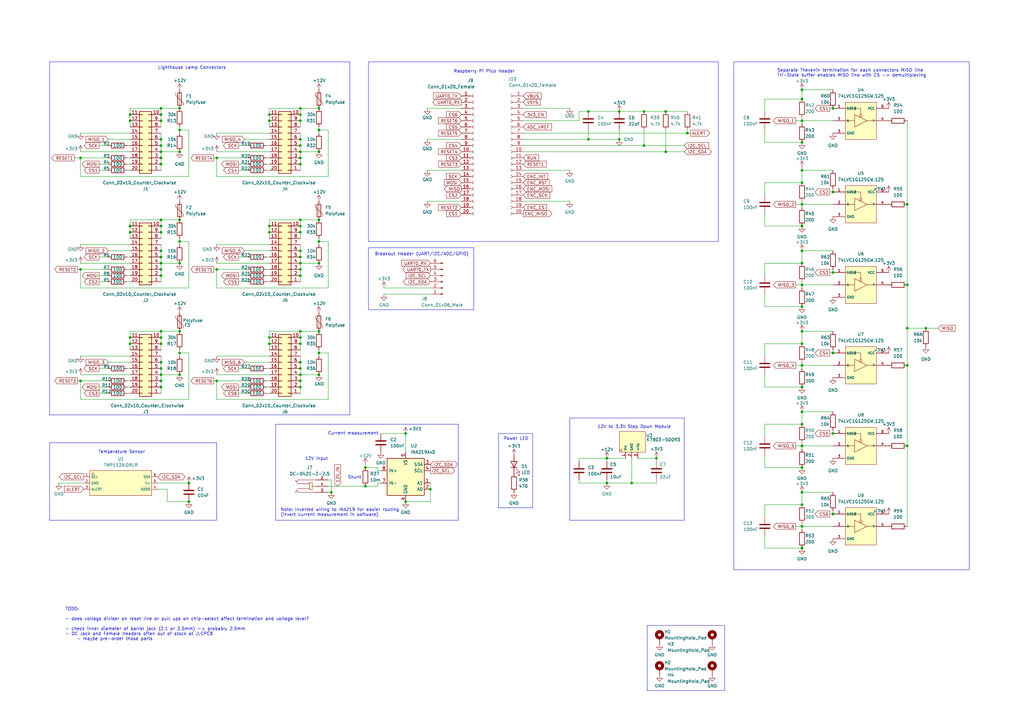
<source format=kicad_sch>
(kicad_sch (version 20230121) (generator eeschema)
  (paper "A3")
  (title_block (title "Pi Pico - Lighthouse Power Board") (rev "1") (company "Project Lighthouse"))
  (junction (at 73.66 107.95))
  (junction (at 66.04 57.15))
  (junction (at 328.93 125.73))
  (junction (at 123.19 156.21))
  (junction (at 328.93 102.87))
  (junction (at 73.66 53.34))
  (junction (at 73.66 62.23))
  (junction (at 328.93 116.84))
  (junction (at 33.02 64.77))
  (junction (at 53.34 140.97))
  (junction (at 88.9 156.21))
  (junction (at 273.05 45.72))
  (junction (at 66.04 113.03))
  (junction (at 149.86 191.77))
  (junction (at 328.93 58.42))
  (junction (at 341.63 111.76))
  (junction (at 248.92 198.12))
  (junction (at 110.49 46.99))
  (junction (at 130.81 44.45))
  (junction (at 130.81 107.95))
  (junction (at 123.19 95.25))
  (junction (at 135.89 201.93))
  (junction (at 66.04 90.17))
  (junction (at 130.81 153.67))
  (junction (at 341.63 78.74))
  (junction (at 77.47 205.74))
  (junction (at 259.08 198.12))
  (junction (at 130.81 99.06))
  (junction (at 372.11 182.88))
  (junction (at 341.63 44.45))
  (junction (at 123.19 113.03))
  (junction (at 328.93 149.86))
  (junction (at 110.49 95.25))
  (junction (at 130.81 135.89))
  (junction (at 328.93 40.64))
  (junction (at 123.19 90.17))
  (junction (at 66.04 46.99))
  (junction (at 73.66 135.89))
  (junction (at 328.93 107.95))
  (junction (at 328.93 74.93))
  (junction (at 166.37 205.74))
  (junction (at 264.16 45.72))
  (junction (at 73.66 144.78))
  (junction (at 328.93 224.79))
  (junction (at 66.04 135.89))
  (junction (at 123.19 57.15))
  (junction (at 328.93 36.83))
  (junction (at 254 45.72))
  (junction (at 130.81 90.17))
  (junction (at 254 57.15))
  (junction (at 328.93 191.77))
  (junction (at 372.11 83.82))
  (junction (at 176.53 200.66))
  (junction (at 328.93 83.82))
  (junction (at 73.66 99.06))
  (junction (at 66.04 107.95))
  (junction (at 66.04 92.71))
  (junction (at 123.19 135.89))
  (junction (at 123.19 105.41))
  (junction (at 123.19 140.97))
  (junction (at 53.34 46.99))
  (junction (at 123.19 92.71))
  (junction (at 73.66 153.67))
  (junction (at 88.9 64.77))
  (junction (at 328.93 207.01))
  (junction (at 66.04 110.49))
  (junction (at 66.04 59.69))
  (junction (at 66.04 151.13))
  (junction (at 341.63 177.8))
  (junction (at 66.04 156.21))
  (junction (at 66.04 158.75))
  (junction (at 66.04 64.77))
  (junction (at 66.04 49.53))
  (junction (at 123.19 62.23))
  (junction (at 123.19 46.99))
  (junction (at 241.3 45.72))
  (junction (at 149.86 199.39))
  (junction (at 123.19 49.53))
  (junction (at 379.73 134.62))
  (junction (at 123.19 44.45))
  (junction (at 33.02 110.49))
  (junction (at 66.04 153.67))
  (junction (at 53.34 92.71))
  (junction (at 123.19 138.43))
  (junction (at 88.9 110.49))
  (junction (at 130.81 144.78))
  (junction (at 130.81 62.23))
  (junction (at 110.49 138.43))
  (junction (at 166.37 177.8))
  (junction (at 123.19 148.59))
  (junction (at 328.93 168.91))
  (junction (at 281.94 54.61))
  (junction (at 264.16 59.69))
  (junction (at 273.05 62.23))
  (junction (at 341.63 210.82))
  (junction (at 328.93 173.99))
  (junction (at 328.93 49.53))
  (junction (at 110.49 140.97))
  (junction (at 341.63 144.78))
  (junction (at 66.04 44.45))
  (junction (at 123.19 153.67))
  (junction (at 73.66 44.45))
  (junction (at 53.34 49.53))
  (junction (at 66.04 62.23))
  (junction (at 328.93 92.71))
  (junction (at 53.34 138.43))
  (junction (at 66.04 102.87))
  (junction (at 66.04 95.25))
  (junction (at 269.24 187.96))
  (junction (at 123.19 107.95))
  (junction (at 123.19 110.49))
  (junction (at 110.49 92.71))
  (junction (at 123.19 59.69))
  (junction (at 123.19 64.77))
  (junction (at 66.04 105.41))
  (junction (at 328.93 69.85))
  (junction (at 372.11 116.84))
  (junction (at 328.93 140.97))
  (junction (at 66.04 67.31))
  (junction (at 328.93 201.93))
  (junction (at 66.04 138.43))
  (junction (at 73.66 90.17))
  (junction (at 123.19 151.13))
  (junction (at 53.34 95.25))
  (junction (at 130.81 53.34))
  (junction (at 241.3 57.15))
  (junction (at 372.11 134.62))
  (junction (at 66.04 148.59))
  (junction (at 328.93 158.75))
  (junction (at 328.93 215.9))
  (junction (at 110.49 49.53))
  (junction (at 33.02 156.21))
  (junction (at 248.92 187.96))
  (junction (at 123.19 158.75))
  (junction (at 66.04 140.97))
  (junction (at 77.47 198.12))
  (junction (at 328.93 135.89))
  (junction (at 123.19 102.87))
  (junction (at 328.93 182.88))
  (junction (at 372.11 149.86))
  (junction (at 123.19 67.31))
  (wire (pts (xy 340.36 144.78) (xy 341.63 144.78)))
  (wire (pts (xy 44.45 102.87) (xy 53.34 102.87)))
  (wire (pts (xy 53.34 140.97) (xy 53.34 143.51)))
  (wire (pts (xy 237.49 49.53) (xy 237.49 45.72)))
  (wire (pts (xy 313.69 92.71) (xy 313.69 87.63)))
  (wire (pts (xy 175.26 44.45) (xy 189.23 44.45)))
  (wire (pts (xy 53.34 44.45) (xy 66.04 44.45)))
  (wire (pts (xy 52.07 156.21) (xy 53.34 156.21)))
  (wire (pts (xy 326.39 215.9) (xy 328.93 215.9)))
  (wire (pts (xy 340.36 111.76) (xy 341.63 111.76)))
  (wire (pts (xy 157.48 120.65) (xy 176.53 120.65)))
  (wire (pts (xy 328.93 168.91) (xy 341.63 168.91)))
  (wire (pts (xy 134.62 144.78) (xy 130.81 144.78)))
  (wire (pts (xy 110.49 54.61) (xy 88.9 54.61)))
  (wire (pts (xy 100.33 148.59) (xy 110.49 148.59)))
  (wire (pts (xy 109.22 64.77) (xy 110.49 64.77)))
  (wire (pts (xy 241.3 53.34) (xy 241.3 57.15)))
  (wire (pts (xy 66.04 64.77) (xy 66.04 67.31)))
  (wire (pts (xy 328.93 115.57) (xy 328.93 116.84)))
  (wire (pts (xy 130.81 97.79) (xy 130.81 99.06)))
  (wire (pts (xy 130.81 99.06) (xy 134.62 99.06)))
  (wire (pts (xy 88.9 110.49) (xy 101.6 110.49)))
  (wire (pts (xy 97.79 105.41) (xy 101.6 105.41)))
  (wire (pts (xy 52.07 158.75) (xy 53.34 158.75)))
  (wire (pts (xy 109.22 110.49) (xy 110.49 110.49)))
  (wire (pts (xy 134.62 144.78) (xy 134.62 163.83)))
  (wire (pts (xy 110.49 138.43) (xy 110.49 140.97)))
  (wire (pts (xy 110.49 115.57) (xy 109.22 115.57)))
  (wire (pts (xy 130.81 62.23) (xy 123.19 62.23)))
  (wire (pts (xy 66.04 69.85) (xy 66.04 67.31)))
  (wire (pts (xy 341.63 110.49) (xy 341.63 111.76)))
  (wire (pts (xy 328.93 201.93) (xy 341.63 201.93)))
  (wire (pts (xy 372.11 49.53) (xy 372.11 83.82)))
  (wire (pts (xy 109.22 151.13) (xy 110.49 151.13)))
  (wire (pts (xy 326.39 49.53) (xy 328.93 49.53)))
  (wire (pts (xy 328.93 92.71) (xy 313.69 92.71)))
  (wire (pts (xy 33.02 118.11) (xy 33.02 110.49)))
  (wire (pts (xy 53.34 135.89) (xy 66.04 135.89)))
  (wire (pts (xy 328.93 68.58) (xy 328.93 69.85)))
  (wire (pts (xy 109.22 158.75) (xy 110.49 158.75)))
  (wire (pts (xy 33.02 64.77) (xy 44.45 64.77)))
  (wire (pts (xy 328.93 83.82) (xy 328.93 85.09)))
  (wire (pts (xy 123.19 57.15) (xy 123.19 54.61)))
  (wire (pts (xy 326.39 182.88) (xy 328.93 182.88)))
  (wire (pts (xy 313.69 80.01) (xy 313.69 74.93)))
  (wire (pts (xy 73.66 107.95) (xy 66.04 107.95)))
  (wire (pts (xy 341.63 143.51) (xy 341.63 144.78)))
  (wire (pts (xy 33.02 156.21) (xy 44.45 156.21)))
  (wire (pts (xy 328.93 201.93) (xy 328.93 207.01)))
  (wire (pts (xy 313.69 113.03) (xy 313.69 107.95)))
  (wire (pts (xy 379.73 134.62) (xy 384.81 134.62)))
  (wire (pts (xy 123.19 59.69) (xy 123.19 57.15)))
  (wire (pts (xy 100.33 57.15) (xy 110.49 57.15)))
  (wire (pts (xy 372.11 134.62) (xy 372.11 149.86)))
  (wire (pts (xy 77.47 118.11) (xy 33.02 118.11)))
  (wire (pts (xy 123.19 153.67) (xy 123.19 156.21)))
  (wire (pts (xy 44.45 148.59) (xy 53.34 148.59)))
  (wire (pts (xy 77.47 72.39) (xy 33.02 72.39)))
  (wire (pts (xy 328.93 69.85) (xy 328.93 74.93)))
  (wire (pts (xy 44.3691 115.57) (xy 40.64 115.57)))
  (wire (pts (xy 149.86 199.39) (xy 154.94 199.39)))
  (wire (pts (xy 123.19 138.43) (xy 123.19 135.89)))
  (wire (pts (xy 77.47 53.34) (xy 77.47 72.39)))
  (wire (pts (xy 254 53.34) (xy 254 57.15)))
  (wire (pts (xy 66.04 62.23) (xy 66.04 64.77)))
  (wire (pts (xy 214.63 62.23) (xy 273.05 62.23)))
  (wire (pts (xy 110.49 44.45) (xy 110.49 46.99)))
  (wire (pts (xy 313.69 186.69) (xy 313.69 191.77)))
  (wire (pts (xy 73.66 99.06) (xy 73.66 100.33)))
  (wire (pts (xy 313.69 158.75) (xy 328.93 158.75)))
  (wire (pts (xy 110.49 62.23) (xy 88.9 62.23)))
  (wire (pts (xy 73.66 53.34) (xy 77.47 53.34)))
  (wire (pts (xy 214.63 49.53) (xy 237.49 49.53)))
  (wire (pts (xy 123.19 151.13) (xy 123.19 148.59)))
  (wire (pts (xy 66.04 153.67) (xy 73.66 153.67)))
  (wire (pts (xy 40.64 105.41) (xy 44.45 105.41)))
  (wire (pts (xy 130.81 99.06) (xy 130.81 100.33)))
  (wire (pts (xy 134.62 53.34) (xy 134.62 72.39)))
  (wire (pts (xy 40.64 151.13) (xy 44.45 151.13)))
  (wire (pts (xy 66.04 92.71) (xy 66.04 90.17)))
  (wire (pts (xy 66.04 143.51) (xy 66.04 140.97)))
  (wire (pts (xy 123.19 105.41) (xy 123.19 102.87)))
  (wire (pts (xy 77.47 144.78) (xy 73.66 144.78)))
  (wire (pts (xy 88.9 64.77) (xy 101.6 64.77)))
  (wire (pts (xy 328.93 58.42) (xy 313.69 58.42)))
  (wire (pts (xy 241.3 45.72) (xy 254 45.72)))
  (wire (pts (xy 123.19 46.99) (xy 123.19 44.45)))
  (wire (pts (xy 52.07 59.69) (xy 53.34 59.69)))
  (wire (pts (xy 154.94 193.04) (xy 156.21 193.04)))
  (wire (pts (xy 273.05 53.34) (xy 273.05 62.23)))
  (wire (pts (xy 66.04 57.15) (xy 66.04 54.61)))
  (wire (pts (xy 123.19 64.77) (xy 123.19 67.31)))
  (wire (pts (xy 328.93 149.86) (xy 328.93 151.13)))
  (wire (pts (xy 88.9 156.21) (xy 101.6 156.21)))
  (wire (pts (xy 97.79 113.03) (xy 101.6 113.03)))
  (wire (pts (xy 33.02 72.39) (xy 33.02 64.77)))
  (wire (pts (xy 313.69 146.05) (xy 313.69 140.97)))
  (wire (pts (xy 328.93 82.55) (xy 328.93 83.82)))
  (wire (pts (xy 313.69 40.64) (xy 328.93 40.64)))
  (wire (pts (xy 134.62 163.83) (xy 88.9 163.83)))
  (wire (pts (xy 135.89 201.93) (xy 134.62 201.93)))
  (wire (pts (xy 214.63 54.61) (xy 281.94 54.61)))
  (wire (pts (xy 123.19 105.41) (xy 123.19 107.95)))
  (wire (pts (xy 66.04 59.69) (xy 66.04 57.15)))
  (wire (pts (xy 328.93 116.84) (xy 341.63 116.84)))
  (wire (pts (xy 110.49 140.97) (xy 110.49 143.51)))
  (wire (pts (xy 328.93 116.84) (xy 328.93 118.11)))
  (wire (pts (xy 313.69 153.67) (xy 313.69 158.75)))
  (wire (pts (xy 77.47 205.74) (xy 68.58 205.74)))
  (wire (pts (xy 110.49 92.71) (xy 110.49 95.25)))
  (wire (pts (xy 88.9 110.49) (xy 88.9 118.11)))
  (wire (pts (xy 53.34 100.33) (xy 33.02 100.33)))
  (wire (pts (xy 66.04 92.71) (xy 66.04 95.25)))
  (wire (pts (xy 31.75 110.49) (xy 33.02 110.49)))
  (wire (pts (xy 123.19 46.99) (xy 123.19 49.53)))
  (wire (pts (xy 88.9 156.21) (xy 88.9 163.83)))
  (wire (pts (xy 53.34 146.05) (xy 33.02 146.05)))
  (wire (pts (xy 281.94 53.34) (xy 281.94 54.61)))
  (wire (pts (xy 66.04 156.21) (xy 66.04 158.75)))
  (wire (pts (xy 66.04 105.41) (xy 66.04 107.95)))
  (wire (pts (xy 313.69 125.73) (xy 328.93 125.73)))
  (wire (pts (xy 130.81 143.51) (xy 130.81 144.78)))
  (wire (pts (xy 53.34 161.29) (xy 52.07 161.29)))
  (wire (pts (xy 68.58 205.74) (xy 68.58 200.66)))
  (wire (pts (xy 123.19 92.71) (xy 123.19 90.17)))
  (wire (pts (xy 269.24 187.96) (xy 269.24 189.23)))
  (wire (pts (xy 73.66 90.17) (xy 66.04 90.17)))
  (wire (pts (xy 53.34 46.99) (xy 53.34 49.53)))
  (wire (pts (xy 328.93 182.88) (xy 328.93 184.15)))
  (wire (pts (xy 44.45 161.29) (xy 40.64 161.29)))
  (wire (pts (xy 123.19 138.43) (xy 123.19 140.97)))
  (wire (pts (xy 40.64 67.31) (xy 44.45 67.31)))
  (wire (pts (xy 176.53 205.74) (xy 176.53 200.66)))
  (wire (pts (xy 328.93 49.53) (xy 328.93 50.8)))
  (wire (pts (xy 101.6 69.85) (xy 97.79 69.85)))
  (wire (pts (xy 87.63 110.49) (xy 88.9 110.49)))
  (wire (pts (xy 328.93 149.86) (xy 341.63 149.86)))
  (wire (pts (xy 123.19 148.59) (xy 123.19 146.05)))
  (wire (pts (xy 68.58 200.66) (xy 64.77 200.66)))
  (wire (pts (xy 53.34 115.57) (xy 51.9891 115.57)))
  (wire (pts (xy 214.63 82.55) (xy 233.68 82.55)))
  (wire (pts (xy 130.81 52.07) (xy 130.81 53.34)))
  (wire (pts (xy 248.92 187.96) (xy 256.54 187.96)))
  (wire (pts (xy 33.02 110.49) (xy 44.45 110.49)))
  (wire (pts (xy 328.93 215.9) (xy 341.63 215.9)))
  (wire (pts (xy 100.33 102.87) (xy 110.49 102.87)))
  (wire (pts (xy 264.16 53.34) (xy 264.16 59.69)))
  (wire (pts (xy 33.02 163.83) (xy 77.47 163.83)))
  (wire (pts (xy 130.81 44.45) (xy 123.19 44.45)))
  (wire (pts (xy 149.86 191.77) (xy 154.94 191.77)))
  (wire (pts (xy 53.34 95.25) (xy 53.34 97.79)))
  (wire (pts (xy 259.08 198.12) (xy 269.24 198.12)))
  (wire (pts (xy 248.92 198.12) (xy 259.08 198.12)))
  (wire (pts (xy 66.04 46.99) (xy 66.04 49.53)))
  (wire (pts (xy 66.04 151.13) (xy 66.04 153.67)))
  (wire (pts (xy 52.07 151.13) (xy 53.34 151.13)))
  (wire (pts (xy 313.69 74.93) (xy 328.93 74.93)))
  (wire (pts (xy 130.81 135.89) (xy 123.19 135.89)))
  (wire (pts (xy 110.49 95.25) (xy 110.49 97.79)))
  (wire (pts (xy 130.81 53.34) (xy 134.62 53.34)))
  (wire (pts (xy 313.69 107.95) (xy 328.93 107.95)))
  (wire (pts (xy 149.86 190.5) (xy 149.86 191.77)))
  (wire (pts (xy 248.92 196.85) (xy 248.92 198.12)))
  (wire (pts (xy 154.94 199.39) (xy 154.94 198.12)))
  (wire (pts (xy 326.39 149.86) (xy 328.93 149.86)))
  (wire (pts (xy 97.79 59.69) (xy 101.6 59.69)))
  (wire (pts (xy 123.19 59.69) (xy 123.19 62.23)))
  (wire (pts (xy 281.94 54.61) (xy 283.21 54.61)))
  (wire (pts (xy 134.62 196.85) (xy 135.89 196.85)))
  (wire (pts (xy 340.36 210.82) (xy 341.63 210.82)))
  (wire (pts (xy 313.69 191.77) (xy 328.93 191.77)))
  (wire (pts (xy 66.04 135.89) (xy 73.66 135.89)))
  (wire (pts (xy 326.39 83.82) (xy 328.93 83.82)))
  (wire (pts (xy 66.04 115.57) (xy 66.04 113.03)))
  (wire (pts (xy 313.69 212.09) (xy 313.69 207.01)))
  (wire (pts (xy 214.63 44.45) (xy 233.68 44.45)))
  (wire (pts (xy 66.04 105.41) (xy 66.04 102.87)))
  (wire (pts (xy 123.19 110.49) (xy 123.19 113.03)))
  (wire (pts (xy 97.79 151.13) (xy 101.6 151.13)))
  (wire (pts (xy 53.34 153.67) (xy 33.02 153.67)))
  (wire (pts (xy 214.63 57.15) (xy 241.3 57.15)))
  (wire (pts (xy 64.77 198.12) (xy 77.47 198.12)))
  (wire (pts (xy 110.49 100.33) (xy 88.9 100.33)))
  (wire (pts (xy 123.19 69.85) (xy 123.19 67.31)))
  (wire (pts (xy 123.19 115.57) (xy 123.19 113.03)))
  (wire (pts (xy 33.02 54.61) (xy 53.34 54.61)))
  (wire (pts (xy 328.93 36.83) (xy 341.63 36.83)))
  (wire (pts (xy 87.63 64.77) (xy 88.9 64.77)))
  (wire (pts (xy 340.36 44.45) (xy 341.63 44.45)))
  (wire (pts (xy 130.81 153.67) (xy 123.19 153.67)))
  (wire (pts (xy 101.6 161.29) (xy 97.79 161.29)))
  (wire (pts (xy 123.19 161.29) (xy 123.19 158.75)))
  (wire (pts (xy 154.94 198.12) (xy 156.21 198.12)))
  (wire (pts (xy 372.11 134.62) (xy 379.73 134.62)))
  (wire (pts (xy 53.34 135.89) (xy 53.34 138.43)))
  (wire (pts (xy 328.93 102.87) (xy 341.63 102.87)))
  (wire (pts (xy 328.93 49.53) (xy 341.63 49.53)))
  (wire (pts (xy 30.48 64.77) (xy 33.02 64.77)))
  (wire (pts (xy 175.26 82.55) (xy 189.23 82.55)))
  (wire (pts (xy 313.69 219.71) (xy 313.69 224.79)))
  (wire (pts (xy 66.04 46.99) (xy 66.04 44.45)))
  (wire (pts (xy 52.07 64.77) (xy 53.34 64.77)))
  (wire (pts (xy 40.64 113.03) (xy 44.45 113.03)))
  (wire (pts (xy 328.93 135.89) (xy 328.93 140.97)))
  (wire (pts (xy 130.81 144.78) (xy 130.81 146.05)))
  (wire (pts (xy 237.49 198.12) (xy 248.92 198.12)))
  (wire (pts (xy 66.04 110.49) (xy 66.04 113.03)))
  (wire (pts (xy 73.66 144.78) (xy 73.66 146.05)))
  (wire (pts (xy 313.69 224.79) (xy 328.93 224.79)))
  (wire (pts (xy 66.04 90.17) (xy 53.34 90.17)))
  (wire (pts (xy 66.04 161.29) (xy 66.04 158.75)))
  (wire (pts (xy 157.48 118.11) (xy 176.53 118.11)))
  (wire (pts (xy 123.19 143.51) (xy 123.19 140.97)))
  (wire (pts (xy 110.49 69.85) (xy 109.22 69.85)))
  (wire (pts (xy 110.49 161.29) (xy 109.22 161.29)))
  (wire (pts (xy 237.49 45.72) (xy 241.3 45.72)))
  (wire (pts (xy 328.93 148.59) (xy 328.93 149.86)))
  (wire (pts (xy 123.19 44.45) (xy 110.49 44.45)))
  (wire (pts (xy 273.05 62.23) (xy 280.67 62.23)))
  (wire (pts (xy 248.92 187.96) (xy 248.92 189.23)))
  (wire (pts (xy 101.6 115.57) (xy 97.79 115.57)))
  (wire (pts (xy 259.08 187.96) (xy 259.08 198.12)))
  (wire (pts (xy 328.93 181.61) (xy 328.93 182.88)))
  (wire (pts (xy 66.04 59.69) (xy 66.04 62.23)))
  (wire (pts (xy 130.81 53.34) (xy 130.81 54.61)))
  (wire (pts (xy 24.13 198.12) (xy 34.29 198.12)))
  (wire (pts (xy 123.19 102.87) (xy 123.19 100.33)))
  (wire (pts (xy 123.19 135.89) (xy 110.49 135.89)))
  (wire (pts (xy 73.66 52.07) (xy 73.66 53.34)))
  (wire (pts (xy 66.04 97.79) (xy 66.04 95.25)))
  (wire (pts (xy 340.36 78.74) (xy 341.63 78.74)))
  (wire (pts (xy 109.22 105.41) (xy 110.49 105.41)))
  (wire (pts (xy 53.34 44.45) (xy 53.34 46.99)))
  (wire (pts (xy 328.93 215.9) (xy 328.93 217.17)))
  (wire (pts (xy 328.93 83.82) (xy 341.63 83.82)))
  (wire (pts (xy 66.04 151.13) (xy 66.04 148.59)))
  (wire (pts (xy 135.89 196.85) (xy 135.89 201.93)))
  (wire (pts (xy 130.81 107.95) (xy 123.19 107.95)))
  (wire (pts (xy 341.63 209.55) (xy 341.63 210.82)))
  (wire (pts (xy 248.92 187.96) (xy 237.49 187.96)))
  (wire (pts (xy 341.63 77.47) (xy 341.63 78.74)))
  (wire (pts (xy 328.93 36.83) (xy 328.93 40.64)))
  (wire (pts (xy 214.63 69.85) (xy 233.68 69.85)))
  (wire (pts (xy 328.93 214.63) (xy 328.93 215.9)))
  (wire (pts (xy 175.26 57.15) (xy 189.23 57.15)))
  (wire (pts (xy 341.63 176.53) (xy 341.63 177.8)))
  (wire (pts (xy 372.11 182.88) (xy 372.11 215.9)))
  (wire (pts (xy 73.66 53.34) (xy 73.66 54.61)))
  (wire (pts (xy 340.36 177.8) (xy 341.63 177.8)))
  (wire (pts (xy 123.19 90.17) (xy 110.49 90.17)))
  (wire (pts (xy 372.11 116.84) (xy 372.11 134.62)))
  (wire (pts (xy 44.45 57.15) (xy 53.34 57.15)))
  (wire (pts (xy 110.49 49.53) (xy 110.49 52.07)))
  (wire (pts (xy 154.94 191.77) (xy 154.94 193.04)))
  (wire (pts (xy 123.19 107.95) (xy 123.19 110.49)))
  (wire (pts (xy 77.47 99.06) (xy 77.47 118.11)))
  (wire (pts (xy 313.69 45.72) (xy 313.69 40.64)))
  (wire (pts (xy 134.62 199.39) (xy 149.86 199.39)))
  (wire (pts (xy 33.02 62.23) (xy 53.34 62.23)))
  (wire (pts (xy 66.04 148.59) (xy 66.04 146.05)))
  (wire (pts (xy 33.02 156.21) (xy 33.02 163.83)))
  (wire (pts (xy 328.93 48.26) (xy 328.93 49.53)))
  (wire (pts (xy 73.66 97.79) (xy 73.66 99.06)))
  (wire (pts (xy 313.69 140.97) (xy 328.93 140.97)))
  (wire (pts (xy 77.47 144.78) (xy 77.47 163.83)))
  (wire (pts (xy 53.34 49.53) (xy 53.34 52.07)))
  (wire (pts (xy 264.16 59.69) (xy 280.67 59.69)))
  (wire (pts (xy 66.04 62.23) (xy 73.66 62.23)))
  (wire (pts (xy 44.45 69.85) (xy 40.64 69.85)))
  (wire (pts (xy 214.63 59.69) (xy 264.16 59.69)))
  (wire (pts (xy 40.64 59.69) (xy 44.45 59.69)))
  (wire (pts (xy 237.49 187.96) (xy 237.49 189.23)))
  (wire (pts (xy 372.11 149.86) (xy 372.11 182.88)))
  (wire (pts (xy 166.37 177.8) (xy 166.37 185.42)))
  (wire (pts (xy 66.04 102.87) (xy 66.04 100.33)))
  (wire (pts (xy 176.53 198.12) (xy 176.53 200.66)))
  (wire (pts (xy 156.21 177.8) (xy 166.37 177.8)))
  (wire (pts (xy 110.49 46.99) (xy 110.49 49.53)))
  (wire (pts (xy 110.49 90.17) (xy 110.49 92.71)))
  (wire (pts (xy 97.79 158.75) (xy 101.6 158.75)))
  (wire (pts (xy 110.49 135.89) (xy 110.49 138.43)))
  (wire (pts (xy 53.34 69.85) (xy 52.07 69.85)))
  (wire (pts (xy 73.66 143.51) (xy 73.66 144.78)))
  (wire (pts (xy 123.19 97.79) (xy 123.19 95.25)))
  (wire (pts (xy 52.07 105.41) (xy 53.34 105.41)))
  (wire (pts (xy 87.63 156.21) (xy 88.9 156.21)))
  (wire (pts (xy 66.04 107.95) (xy 66.04 110.49)))
  (wire (pts (xy 166.37 205.74) (xy 176.53 205.74)))
  (wire (pts (xy 40.64 158.75) (xy 44.45 158.75)))
  (wire (pts (xy 53.34 107.95) (xy 33.02 107.95)))
  (wire (pts (xy 123.19 52.07) (xy 123.19 49.53)))
  (wire (pts (xy 53.34 138.43) (xy 53.34 140.97)))
  (wire (pts (xy 109.22 67.31) (xy 110.49 67.31)))
  (wire (pts (xy 110.49 146.05) (xy 88.9 146.05)))
  (wire (pts (xy 110.49 107.95) (xy 88.9 107.95)))
  (wire (pts (xy 66.04 138.43) (xy 66.04 140.97)))
  (wire (pts (xy 123.19 62.23) (xy 123.19 64.77)))
  (wire (pts (xy 52.07 110.49) (xy 53.34 110.49)))
  (wire (pts (xy 264.16 45.72) (xy 273.05 45.72)))
  (wire (pts (xy 372.11 83.82) (xy 372.11 116.84)))
  (wire (pts (xy 313.69 173.99) (xy 328.93 173.99)))
  (wire (pts (xy 313.69 58.42) (xy 313.69 53.34)))
  (wire (pts (xy 31.75 156.21) (xy 33.02 156.21)))
  (wire (pts (xy 88.9 72.39) (xy 88.9 64.77)))
  (wire (pts (xy 52.07 67.31) (xy 53.34 67.31)))
  (wire (pts (xy 134.62 118.11) (xy 88.9 118.11)))
  (wire (pts (xy 123.19 151.13) (xy 123.19 153.67)))
  (wire (pts (xy 53.34 92.71) (xy 53.34 95.25)))
  (wire (pts (xy 313.69 120.65) (xy 313.69 125.73)))
  (wire (pts (xy 326.39 116.84) (xy 328.93 116.84)))
  (wire (pts (xy 73.66 99.06) (xy 77.47 99.06)))
  (wire (pts (xy 109.22 59.69) (xy 110.49 59.69)))
  (wire (pts (xy 110.49 153.67) (xy 88.9 153.67)))
  (wire (pts (xy 313.69 179.07) (xy 313.69 173.99)))
  (wire (pts (xy 328.93 182.88) (xy 341.63 182.88)))
  (wire (pts (xy 109.22 113.03) (xy 110.49 113.03)))
  (wire (pts (xy 88.9 72.39) (xy 134.62 72.39)))
  (wire (pts (xy 109.22 156.21) (xy 110.49 156.21)))
  (wire (pts (xy 130.81 90.17) (xy 123.19 90.17)))
  (wire (pts (xy 254 45.72) (xy 264.16 45.72)))
  (wire (pts (xy 328.93 69.85) (xy 341.63 69.85)))
  (wire (pts (xy 134.62 99.06) (xy 134.62 118.11)))
  (wire (pts (xy 328.93 168.91) (xy 328.93 173.99)))
  (wire (pts (xy 261.62 187.96) (xy 269.24 187.96)))
  (wire (pts (xy 328.93 102.87) (xy 328.93 107.95)))
  (wire (pts (xy 66.04 153.67) (xy 66.04 156.21)))
  (wire (pts (xy 52.07 113.03) (xy 53.34 113.03)))
  (wire (pts (xy 66.04 44.45) (xy 73.66 44.45)))
  (wire (pts (xy 123.19 92.71) (xy 123.19 95.25)))
  (wire (pts (xy 66.04 52.07) (xy 66.04 49.53)))
  (wire (pts (xy 123.19 156.21) (xy 123.19 158.75)))
  (wire (pts (xy 66.04 138.43) (xy 66.04 135.89)))
  (wire (pts (xy 313.69 207.01) (xy 328.93 207.01)))
  (wire (pts (xy 328.93 135.89) (xy 341.63 135.89)))
  (wire (pts (xy 273.05 45.72) (xy 281.94 45.72)))
  (wire (pts (xy 97.79 67.31) (xy 101.6 67.31)))
  (wire (pts (xy 269.24 196.85) (xy 269.24 198.12)))
  (wire (pts (xy 237.49 196.85) (xy 237.49 198.12)))
  (wire (pts (xy 241.3 57.15) (xy 254 57.15)))
  (wire (pts (xy 53.34 90.17) (xy 53.34 92.71)))
  (wire (pts (xy 175.26 69.85) (xy 189.23 69.85)))
  (rectangle (start 300.99 25.4) (end 397.51 233.68))
  (rectangle (start 113.03 173.99) (end 187.96 213.36))
  (rectangle (start 151.13 25.4) (end 294.64 99.06))
  (rectangle (start 20.32 25.4) (end 143.51 170.18))
  (rectangle (start 265.43 256.54) (end 297.18 283.21))
  (rectangle (start 20.32 181.61) (end 88.9 213.36))
  (rectangle (start 151.13 101.6) (end 194.31 127))
  (rectangle (start 233.68 171.45) (end 280.67 213.36))
  (rectangle (start 204.47 177.8) (end 218.44 208.28))
  (text "12V to 3.3V Step Down Module" (at 244.983 175.895 0) (effects (font (size 1.27 1.27)) (justify left bottom)))
  (text "Temperature Sensor" (at 40.259 186.182 0) (effects (font (size 1.27 1.27)) (justify left bottom)))
  (text "Breakout Header (UART/I2C/ADC/GPIO)" (at 153.67 105.029 0) (effects (font (size 1.27 1.27)) (justify left bottom)))
  (text "Note: Inverted wiring to INA219 for easier routing\n(invert current measurement in software)" (at 115.062 211.963 0) (effects (font (size 1.27 1.27)) (justify left bottom)))
  (text "Current measurement" (at 134.493 178.562 0) (effects (font (size 1.27 1.27)) (justify left bottom)))
  (text "12V Input" (at 125.095 188.976 0) (effects (font (size 1.27 1.27)) (justify left bottom)))
  (text "Separate Thevenin termination for each connectors MISO line\nTri-State buffer enables MISO line with CS -> demultiplexing" (at 318.77 31.75 0) (effects (font (size 1.27 1.27)) (justify left bottom)))
  (text "Shunt" (at 142.621 196.596 0) (effects (font (size 1.27 1.27)) (justify left bottom)))
  (text "TODO:\n\n- does voltage divider on reset line or pull ups on chip-select affect termination and voltage level?\n\n- check inner diameter of barrel jack (2.1 or 2.5mm) -> probably 2.5mm\n- DC Jack and Female Headers often out of stock at JLCPCB\n	- maybe pre-order those parts" (at 26.67 262.89 0) (effects (font (size 1.27 1.27)) (justify left bottom)))
  (text "Lighthouse Lamp Connectors" (at 92.71 28.575 0) (effects (font (size 1.27 1.27)) (justify right bottom)))
  (text "Power LED" (at 206.502 180.721 0) (effects (font (size 1.27 1.27)) (justify left bottom)))
  (text "Raspberry Pi Pico Header" (at 186.055 30.099 0) (effects (font (size 1.27 1.27)) (justify left bottom)))
  (global_label "CS3" (shape output) (at 340.36 111.76 180) (property "Intersheetrefs" "${INTERSHEET_REFS}" (effects hide)))
  (global_label "RESET6" (shape output) (at 87.63 156.21 180) (property "Intersheetrefs" "${INTERSHEET_REFS}" (effects hide)))
  (global_label "I2C_SDA" (shape bidirectional) (at 64.77 195.58 0) (property "Intersheetrefs" "${INTERSHEET_REFS}" (effects hide)))
  (global_label "CS4" (shape output) (at 340.36 144.78 180) (property "Intersheetrefs" "${INTERSHEET_REFS}" (effects hide)))
  (global_label "CS6" (shape output) (at 340.36 210.82 180) (property "Intersheetrefs" "${INTERSHEET_REFS}" (effects hide)))
  (global_label "RESET2" (shape output) (at 31.75 110.49 180) (property "Intersheetrefs" "${INTERSHEET_REFS}" (effects hide)))
  (global_label "CS1" (shape output) (at 340.36 44.45 180) (property "Intersheetrefs" "${INTERSHEET_REFS}" (effects hide)))
  (global_label "SCK" (shape output) (at 97.79 105.41 180) (property "Intersheetrefs" "${INTERSHEET_REFS}" (effects hide)))
  (global_label "I2C_SDA" (shape bidirectional) (at 176.53 190.5 0) (property "Intersheetrefs" "${INTERSHEET_REFS}" (effects hide)))
  (global_label "MOSI" (shape output) (at 40.64 113.03 180) (property "Intersheetrefs" "${INTERSHEET_REFS}" (effects hide)))
  (global_label "SCK" (shape output) (at 40.64 105.41 180) (property "Intersheetrefs" "${INTERSHEET_REFS}" (effects hide)))
  (global_label "I2C_SCL" (shape output) (at 34.29 195.58 180) (property "Intersheetrefs" "${INTERSHEET_REFS}" (effects hide)))
  (global_label "3V3_EN" (shape input) (at 214.63 46.99 0) (property "Intersheetrefs" "${INTERSHEET_REFS}" (effects hide)))
  (global_label "ALERT" (shape output) (at 283.21 54.61 0) (property "Intersheetrefs" "${INTERSHEET_REFS}" (effects hide)))
  (global_label "RESET4" (shape input) (at 189.23 62.23 180) (property "Intersheetrefs" "${INTERSHEET_REFS}" (effects hide)))
  (global_label "RUN" (shape input) (at 214.63 64.77 0) (property "Intersheetrefs" "${INTERSHEET_REFS}" (effects hide)))
  (global_label "UART0_RX" (shape output) (at 189.23 41.91 180) (property "Intersheetrefs" "${INTERSHEET_REFS}" (effects hide)))
  (global_label "RESET5" (shape input) (at 189.23 54.61 180) (property "Intersheetrefs" "${INTERSHEET_REFS}" (effects hide)))
  (global_label "I2C_SCL" (shape input) (at 176.53 113.03 180) (property "Intersheetrefs" "${INTERSHEET_REFS}" (effects hide)))
  (global_label "RESET4" (shape output) (at 87.63 64.77 180) (property "Intersheetrefs" "${INTERSHEET_REFS}" (effects hide)))
  (global_label "ENC_RST" (shape input) (at 214.63 74.93 0) (property "Intersheetrefs" "${INTERSHEET_REFS}" (effects hide)))
  (global_label "ENC_INT" (shape input) (at 214.63 72.39 0) (property "Intersheetrefs" "${INTERSHEET_REFS}" (effects hide)))
  (global_label "ENC_SCK" (shape input) (at 214.63 80.01 0) (property "Intersheetrefs" "${INTERSHEET_REFS}" (effects hide)))
  (global_label "CS5" (shape input) (at 189.23 52.07 180) (property "Intersheetrefs" "${INTERSHEET_REFS}" (effects hide)))
  (global_label "CS4" (shape output) (at 97.79 69.85 180) (property "Intersheetrefs" "${INTERSHEET_REFS}" (effects hide)))
  (global_label "CS5" (shape output) (at 97.79 115.57 180) (property "Intersheetrefs" "${INTERSHEET_REFS}" (effects hide)))
  (global_label "12V_IN" (shape input) (at 138.43 199.39 90) (property "Intersheetrefs" "${INTERSHEET_REFS}" (effects hide)))
  (global_label "ENC_MOSI" (shape input) (at 214.63 77.47 0) (property "Intersheetrefs" "${INTERSHEET_REFS}" (effects hide)))
  (global_label "MOSI" (shape output) (at 97.79 113.03 180) (property "Intersheetrefs" "${INTERSHEET_REFS}" (effects hide)))
  (global_label "VBUS" (shape input) (at 214.63 39.37 0) (property "Intersheetrefs" "${INTERSHEET_REFS}" (effects hide)))
  (global_label "MOSI" (shape output) (at 97.79 67.31 180) (property "Intersheetrefs" "${INTERSHEET_REFS}" (effects hide)))
  (global_label "ENC_MISO" (shape output) (at 214.63 87.63 0) (property "Intersheetrefs" "${INTERSHEET_REFS}" (effects hide)))
  (global_label "ALERT" (shape input) (at 34.29 200.66 180) (property "Intersheetrefs" "${INTERSHEET_REFS}" (effects hide)))
  (global_label "CS1" (shape output) (at 40.64 69.85 180) (property "Intersheetrefs" "${INTERSHEET_REFS}" (effects hide)))
  (global_label "SCK" (shape output) (at 40.64 151.13 180) (property "Intersheetrefs" "${INTERSHEET_REFS}" (effects hide)))
  (global_label "CS3" (shape input) (at 189.23 64.77 180) (property "Intersheetrefs" "${INTERSHEET_REFS}" (effects hide)))
  (global_label "SCK" (shape output) (at 97.79 59.69 180) (property "Intersheetrefs" "${INTERSHEET_REFS}" (effects hide)))
  (global_label "MISO_2" (shape output) (at 326.39 83.82 180) (property "Intersheetrefs" "${INTERSHEET_REFS}" (effects hide)))
  (global_label "CS2" (shape output) (at 340.36 78.74 180) (property "Intersheetrefs" "${INTERSHEET_REFS}" (effects hide)))
  (global_label "RESET2" (shape input) (at 189.23 85.09 180) (property "Intersheetrefs" "${INTERSHEET_REFS}" (effects hide)))
  (global_label "MISO_5" (shape input) (at 100.33 102.87 180) (property "Intersheetrefs" "${INTERSHEET_REFS}" (effects hide)))
  (global_label "SCK" (shape output) (at 40.64 59.69 180) (property "Intersheetrefs" "${INTERSHEET_REFS}" (effects hide)))
  (global_label "ENC_CS" (shape input) (at 214.63 85.09 0) (property "Intersheetrefs" "${INTERSHEET_REFS}" (effects hide)))
  (global_label "MOSI" (shape output) (at 40.64 67.31 180) (property "Intersheetrefs" "${INTERSHEET_REFS}" (effects hide)))
  (global_label "CS1" (shape input) (at 189.23 87.63 180) (property "Intersheetrefs" "${INTERSHEET_REFS}" (effects hide)))
  (global_label "MISO_6" (shape input) (at 100.33 148.59 180) (property "Intersheetrefs" "${INTERSHEET_REFS}" (effects hide)))
  (global_label "MISO_4" (shape input) (at 100.33 57.15 180) (property "Intersheetrefs" "${INTERSHEET_REFS}" (effects hide)))
  (global_label "CS2" (shape output) (at 40.64 115.57 180) (property "Intersheetrefs" "${INTERSHEET_REFS}" (effects hide)))
  (global_label "MOSI" (shape output) (at 97.79 158.75 180) (property "Intersheetrefs" "${INTERSHEET_REFS}" (effects hide)))
  (global_label "RESET3" (shape input) (at 189.23 67.31 180) (property "Intersheetrefs" "${INTERSHEET_REFS}" (effects hide)))
  (global_label "MISO_3" (shape input) (at 44.45 148.59 180) (property "Intersheetrefs" "${INTERSHEET_REFS}" (effects hide)))
  (global_label "MOSI" (shape output) (at 40.64 158.75 180) (property "Intersheetrefs" "${INTERSHEET_REFS}" (effects hide)))
  (global_label "MISO_1" (shape output) (at 326.39 49.53 180) (property "Intersheetrefs" "${INTERSHEET_REFS}" (effects hide)))
  (global_label "CS6" (shape input) (at 189.23 46.99 180) (property "Intersheetrefs" "${INTERSHEET_REFS}" (effects hide)))
  (global_label "ADC_VREF" (shape input) (at 214.63 52.07 0) (property "Intersheetrefs" "${INTERSHEET_REFS}" (effects hide)))
  (global_label "MISO" (shape output) (at 189.23 77.47 180) (property "Intersheetrefs" "${INTERSHEET_REFS}" (effects hide)))
  (global_label "MISO_1" (shape input) (at 44.45 57.15 180) (property "Intersheetrefs" "${INTERSHEET_REFS}" (effects hide)))
  (global_label "I2C_SDA" (shape bidirectional) (at 176.53 115.57 180) (property "Intersheetrefs" "${INTERSHEET_REFS}" (effects hide)))
  (global_label "CS4" (shape input) (at 189.23 59.69 180) (property "Intersheetrefs" "${INTERSHEET_REFS}" (effects hide)))
  (global_label "CS3" (shape output) (at 40.64 161.29 180) (property "Intersheetrefs" "${INTERSHEET_REFS}" (effects hide)))
  (global_label "RESET1" (shape output) (at 30.48 64.77 180) (property "Intersheetrefs" "${INTERSHEET_REFS}" (effects hide)))
  (global_label "MISO_2" (shape input) (at 44.45 102.87 180) (property "Intersheetrefs" "${INTERSHEET_REFS}" (effects hide)))
  (global_label "MOSI" (shape input) (at 189.23 74.93 180) (property "Intersheetrefs" "${INTERSHEET_REFS}" (effects hide)))
  (global_label "UART0_RX" (shape input) (at 176.53 107.95 180) (property "Intersheetrefs" "${INTERSHEET_REFS}" (effects hide)))
  (global_label "MISO_6" (shape output) (at 326.39 215.9 180) (property "Intersheetrefs" "${INTERSHEET_REFS}" (effects hide)))
  (global_label "VSYS" (shape input) (at 214.63 41.91 0) (property "Intersheetrefs" "${INTERSHEET_REFS}" (effects hide)))
  (global_label "MISO_3" (shape output) (at 326.39 116.84 180) (property "Intersheetrefs" "${INTERSHEET_REFS}" (effects hide)))
  (global_label "CS6" (shape output) (at 97.79 161.29 180) (property "Intersheetrefs" "${INTERSHEET_REFS}" (effects hide)))
  (global_label "I2C_SCL" (shape input) (at 280.67 59.69 0) (property "Intersheetrefs" "${INTERSHEET_REFS}" (effects hide)))
  (global_label "MISO" (shape input) (at 384.81 134.62 0) (property "Intersheetrefs" "${INTERSHEET_REFS}" (effects hide)))
  (global_label "MISO_4" (shape output) (at 326.39 149.86 180) (property "Intersheetrefs" "${INTERSHEET_REFS}" (effects hide)))
  (global_label "SCK" (shape output) (at 97.79 151.13 180) (property "Intersheetrefs" "${INTERSHEET_REFS}" (effects hide)))
  (global_label "CS5" (shape output) (at 340.36 177.8 180) (property "Intersheetrefs" "${INTERSHEET_REFS}" (effects hide)))
  (global_label "RESET5" (shape output) (at 87.63 110.49 180) (property "Intersheetrefs" "${INTERSHEET_REFS}" (effects hide)))
  (global_label "SCK" (shape input) (at 189.23 72.39 180) (property "Intersheetrefs" "${INTERSHEET_REFS}" (effects hide)))
  (global_label "CS2" (shape input) (at 189.23 80.01 180) (property "Intersheetrefs" "${INTERSHEET_REFS}" (effects hide)))
  (global_label "I2C_SDA" (shape bidirectional) (at 280.67 62.23 0) (property "Intersheetrefs" "${INTERSHEET_REFS}" (effects hide)))
  (global_label "RESET6" (shape input) (at 189.23 49.53 180) (property "Intersheetrefs" "${INTERSHEET_REFS}" (effects hide)))
  (global_label "UART0_TX" (shape output) (at 176.53 110.49 180) (property "Intersheetrefs" "${INTERSHEET_REFS}" (effects hide)))
  (global_label "RESET1" (shape input) (at 214.63 67.31 0) (property "Intersheetrefs" "${INTERSHEET_REFS}" (effects hide)))
  (global_label "I2C_SCL" (shape output) (at 176.53 193.04 0) (property "Intersheetrefs" "${INTERSHEET_REFS}" (effects hide)))
  (global_label "UART0_TX" (shape input) (at 189.23 39.37 180) (property "Intersheetrefs" "${INTERSHEET_REFS}" (effects hide)))
  (global_label "RESET3" (shape output) (at 31.75 156.21 180) (property "Intersheetrefs" "${INTERSHEET_REFS}" (effects hide)))
  (global_label "MISO_5" (shape output) (at 326.39 182.88 180) (property "Intersheetrefs" "${INTERSHEET_REFS}" (effects hide)))
  (symbol (lib_id "power:GND") (at 175.26 57.15 0) (unit 1)
    (property "Reference" "#PWR036" (effects hide))
    (property "Value" "GND" (at 175.26 60.96 0))
  )
  (symbol (lib_id "power:+3V3") (at 77.47 198.12 0) (unit 1)
    (property "Reference" "#PWR014" (effects hide))
    (property "Value" "+3V3" (at 81.28 196.215 0))
  )
  (symbol (lib_id "Device:R") (at 341.63 205.74 0) (unit 1)
    (property "Reference" "R65" (at 336.55 204.47 0) (effects (justify left)))
    (property "Value" "10k" (at 336.55 207.01 0) (effects (justify left)))
    (property "Footprint" "Resistor_SMD:R_0603_1608Metric" (effects hide))
    (property "Datasheet" "https://datasheet.lcsc.com/lcsc/2206010045_UNI-ROYAL-Uniroyal-Elec-0603WAF1002T5E_C25804.pdf" (effects hide))
    (property "JLC" "0603" (effects hide))
    (property "LCSC" "C25804" (effects hide))
  )
  (symbol (lib_id "Device:R") (at 105.41 110.49 90) (unit 1)
    (property "Reference" "R24" (at 100.838 109.728 90))
    (property "Value" "100" (at 105.41 110.49 90))
    (property "Footprint" "Resistor_SMD:R_0603_1608Metric" (effects hide))
    (property "Datasheet" "https://datasheet.lcsc.com/lcsc/2010191934_Ever-Ohms-Tech-CR0603J100KP05Z_C881354.pdf" (effects hide))
    (property "JLC" "0603" (effects hide))
    (property "LCSC" "C881354" (effects hide))
  )
  (symbol (lib_id "power:+3V3") (at 328.93 168.91 0) (unit 1)
    (property "Reference" "#PWR057" (effects hide))
    (property "Value" "+3V3" (at 328.93 165.3342 0))
  )
  (symbol (lib_id "Device:R") (at 328.93 44.45 0) (unit 1)
    (property "Reference" "R42" (at 330.2 43.18 0) (effects (justify left)))
    (property "Value" "200" (at 330.2 45.72 0) (effects (justify left)))
    (property "Footprint" "Resistor_SMD:R_0603_1608Metric" (effects hide))
    (property "Datasheet" "https://datasheet.lcsc.com/lcsc/2304140030_ROHM-Semicon-MCR03ERTJ201_C308121.pdf" (effects hide))
    (property "JLC" "0603" (effects hide))
    (property "LCSC" "C308121" (effects hide))
  )
  (symbol (lib_id "power:GND") (at 73.66 107.95 0) (unit 1)
    (property "Reference" "#PWR011" (effects hide))
    (property "Value" "GND" (at 73.66 112.395 0))
  )
  (symbol (lib_id "Device:C") (at 313.69 83.82 0) (unit 1)
    (property "Reference" "C9" (at 304.8 82.55 0) (effects (justify left)))
    (property "Value" "100nF" (at 304.8 85.09 0) (effects (justify left)))
    (property "Footprint" "Capacitor_SMD:C_0603_1608Metric" (effects hide))
    (property "Datasheet" "https://datasheet.lcsc.com/lcsc/1809301912_YAGEO-CC0603KRX7R9BB104_C14663.pdf" (effects hide))
    (property "JLC" "0603" (effects hide))
    (property "LCSC" " C14663 " (effects hide))
  )
  (symbol (lib_id "power:GND") (at 24.13 198.12 0) (unit 1)
    (property "Reference" "#PWR01" (effects hide))
    (property "Value" "GND" (at 24.13 202.5634 0))
  )
  (symbol (lib_id "power:GND") (at 77.47 205.74 0) (unit 1)
    (property "Reference" "#PWR015" (effects hide))
    (property "Value" "GND" (at 77.47 210.1834 0))
  )
  (symbol (lib_id "Mechanical:MountingHole_Pad") (at 292.1 274.32 0) (unit 1)
    (property "Reference" "H4" (at 273.685 276.86 0) (effects (justify left)))
    (property "Value" "MountingHole_Pad" (at 273.685 279.3969 0) (effects (justify left)))
    (property "Footprint" "MountingHole:MountingHole_3.2mm_M3_DIN965_Pad" (effects hide))
  )
  (symbol (lib_id "Device:R") (at 48.26 105.41 90) (unit 1)
    (property "Reference" "R6" (at 43.688 104.648 90))
    (property "Value" "100" (at 48.26 105.41 90))
    (property "Footprint" "Resistor_SMD:R_0603_1608Metric" (effects hide))
    (property "Datasheet" "https://datasheet.lcsc.com/lcsc/2010191934_Ever-Ohms-Tech-CR0603J100KP05Z_C881354.pdf" (effects hide))
    (property "JLC" "0603" (effects hide))
    (property "LCSC" "C881354" (effects hide))
  )
  (symbol (lib_id "Device:R") (at 73.66 93.98 180) (unit 1)
    (property "Reference" "R15" (at 72.39 95.25 0) (effects (justify left)))
    (property "Value" "30k" (at 72.39 92.71 0) (effects (justify left)))
    (property "Footprint" "Resistor_SMD:R_0603_1608Metric" (effects hide))
    (property "Datasheet" "https://datasheet.lcsc.com/lcsc/2206010116_UNI-ROYAL-Uniroyal-Elec-0603WAF3002T5E_C22984.pdf" (effects hide))
    (property "LCSC" "C22984" (effects hide))
    (property "JLC" "0603" (effects hide))
  )
  (symbol (lib_id "Device:Polyfuse") (at 73.66 132.08 0) (unit 1)
    (property "Reference" "F3" (at 75.565 133.35 0) (effects (justify left)))
    (property "Value" "Polyfuse" (at 74.93 131.445 0) (effects (justify left)))
    (property "Footprint" "Fuse:Fuse_1206_3216Metric" (effects hide))
    (property "Datasheet" "https://datasheet.lcsc.com/lcsc/2206071500_BHFUSE-BSMD1206-200-12V_C883135.pdf" (effects hide))
    (property "JLC" "1206" (effects hide))
    (property "LCSC" "C883135" (effects hide))
  )
  (symbol (lib_id "power:+3V3") (at 269.24 187.96 0) (unit 1)
    (property "Reference" "#PWR048" (effects hide))
    (property "Value" "+3V3" (at 269.24 184.15 0))
  )
  (symbol (lib_id "Device:C") (at 313.69 49.53 0) (unit 1)
    (property "Reference" "C8" (at 304.8 48.26 0) (effects (justify left)))
    (property "Value" "100nF" (at 304.8 50.8 0) (effects (justify left)))
    (property "Footprint" "Capacitor_SMD:C_0603_1608Metric" (effects hide))
    (property "Datasheet" "https://datasheet.lcsc.com/lcsc/1809301912_YAGEO-CC0603KRX7R9BB104_C14663.pdf" (effects hide))
    (property "JLC" "0603" (effects hide))
    (property "LCSC" " C14663 " (effects hide))
  )
  (symbol (lib_id "power:GND") (at 210.82 201.93 0) (unit 1)
    (property "Reference" "#PWR040" (effects hide))
    (property "Value" "GND" (at 210.82 206.3734 0))
  )
  (symbol (lib_id "Device:R") (at 328.93 111.76 0) (unit 1)
    (property "Reference" "R46" (at 330.2 110.49 0) (effects (justify left)))
    (property "Value" "200" (at 330.2 113.03 0) (effects (justify left)))
    (property "Footprint" "Resistor_SMD:R_0603_1608Metric" (effects hide))
    (property "Datasheet" "https://datasheet.lcsc.com/lcsc/2304140030_ROHM-Semicon-MCR03ERTJ201_C308121.pdf" (effects hide))
    (property "JLC" "0603" (effects hide))
    (property "LCSC" "C308121" (effects hide))
  )
  (symbol (lib_id "power:GND") (at 33.02 100.33 0) (unit 1)
    (property "Reference" "#PWR04" (effects hide))
    (property "Value" "GND" (at 29.845 102.235 0))
  )
  (symbol (lib_id "Device:Polyfuse") (at 130.81 40.64 0) (unit 1)
    (property "Reference" "F4" (at 133.35 39.3699 0) (effects (justify left)))
    (property "Value" "Polyfuse" (at 133.35 41.9099 0) (effects (justify left)))
    (property "Footprint" "Fuse:Fuse_1206_3216Metric" (effects hide))
    (property "Datasheet" "https://datasheet.lcsc.com/lcsc/2206071500_BHFUSE-BSMD1206-200-12V_C883135.pdf" (effects hide))
    (property "JLC" "1206" (effects hide))
    (property "LCSC" "C883135" (effects hide))
  )
  (symbol (lib_id "power:+3V3") (at 364.49 177.8 0) (unit 1)
    (property "Reference" "#PWR071" (effects hide))
    (property "Value" "+3V3" (at 364.49 173.99 0))
  )
  (symbol (lib_id "Device:C") (at 313.69 116.84 0) (unit 1)
    (property "Reference" "C10" (at 304.8 115.57 0) (effects (justify left)))
    (property "Value" "100nF" (at 304.8 118.11 0) (effects (justify left)))
    (property "Footprint" "Capacitor_SMD:C_0603_1608Metric" (effects hide))
    (property "Datasheet" "https://datasheet.lcsc.com/lcsc/1809301912_YAGEO-CC0603KRX7R9BB104_C14663.pdf" (effects hide))
    (property "JLC" "0603" (effects hide))
    (property "LCSC" " C14663 " (effects hide))
  )
  (symbol (lib_id "Device:R") (at 368.3 116.84 90) (unit 1)
    (property "Reference" "R56" (at 368.3 110.49 90))
    (property "Value" "100" (at 368.3 113.03 90))
    (property "Footprint" "Resistor_SMD:R_0603_1608Metric" (effects hide))
    (property "Datasheet" "https://datasheet.lcsc.com/lcsc/2010191934_Ever-Ohms-Tech-CR0603J100KP05Z_C881354.pdf" (effects hide))
    (property "JLC" "0603" (effects hide))
    (property "LCSC" "C881354" (effects hide))
  )
  (symbol (lib_id "74LVC1G125GW,125:74LVC1G125GW,125") (at 354.33 83.82 0) (unit 1)
    (property "Reference" "U5" (at 353.06 71.12 0))
    (property "Value" "74LVC1G125GW,125" (at 353.06 73.66 0))
    (property "Footprint" "Lighthouse:SOT-353_L2.1-W1.3-P0.65-LS2.3-BR" (effects hide))
    (property "Datasheet" "https://item.szlcsc.com/421835.html" (effects hide))
    (property "LCSC" "C12519" (effects hide))
    (property "JLC" "SOT-353" (effects hide))
  )
  (symbol (lib_id "power:GND") (at 328.93 224.79 0) (unit 1)
    (property "Reference" "#PWR060" (effects hide))
    (property "Value" "GND" (at 328.93 229.2334 0))
  )
  (symbol (lib_id "Device:R") (at 48.26 69.85 90) (unit 1)
    (property "Reference" "R5" (at 43.688 69.088 90))
    (property "Value" "100" (at 48.26 69.85 90))
    (property "Footprint" "Resistor_SMD:R_0603_1608Metric" (effects hide))
    (property "Datasheet" "https://datasheet.lcsc.com/lcsc/2010191934_Ever-Ohms-Tech-CR0603J100KP05Z_C881354.pdf" (effects hide))
    (property "JLC" "0603" (effects hide))
    (property "LCSC" "C881354" (effects hide))
  )
  (symbol (lib_id "Device:C") (at 248.92 193.04 0) (unit 1)
    (property "Reference" "C5" (at 250.19 190.5 0) (effects (justify left)))
    (property "Value" "10uF" (at 250.19 195.58 0) (effects (justify left)))
    (property "Footprint" "Capacitor_SMD:C_1206_3216Metric" (effects hide))
    (property "Datasheet" "https://datasheet.lcsc.com/lcsc/1810091720_YAGEO-CC1206KKX5R8BB106_C128855.pdf" (effects hide))
    (property "JLC" "1206" (effects hide))
    (property "LCSC" "C128855" (effects hide))
  )
  (symbol (lib_id "Device:R") (at 264.16 49.53 0) (unit 1)
    (property "Reference" "R39" (at 266.7 48.2599 0) (effects (justify left)))
    (property "Value" "4.7k" (at 266.7 50.7999 0) (effects (justify left)))
    (property "Footprint" "Resistor_SMD:R_0603_1608Metric" (effects hide))
    (property "Datasheet" "https://datasheet.lcsc.com/lcsc/2304140030_FH--Guangdong-Fenghua-Advanced-Tech-RS-03K472JT_C88615.pdf" (effects hide))
    (property "JLC" "0603" (effects hide))
    (property "LCSC" "C88615" (effects hide))
  )
  (symbol (lib_id "power:+3V3") (at 88.9 62.23 0) (unit 1)
    (property "Reference" "#PWR017" (effects hide))
    (property "Value" "+3V3" (at 85.09 60.96 0))
  )
  (symbol (lib_id "Device:R") (at 328.93 177.8 0) (unit 1)
    (property "Reference" "R50" (at 330.2 176.53 0) (effects (justify left)))
    (property "Value" "200" (at 330.2 179.07 0) (effects (justify left)))
    (property "Footprint" "Resistor_SMD:R_0603_1608Metric" (effects hide))
    (property "Datasheet" "https://datasheet.lcsc.com/lcsc/2304140030_ROHM-Semicon-MCR03ERTJ201_C308121.pdf" (effects hide))
    (property "JLC" "0603" (effects hide))
    (property "LCSC" "C308121" (effects hide))
  )
  (symbol (lib_id "power:GND") (at 166.37 205.74 0) (unit 1)
    (property "Reference" "#PWR034" (effects hide))
    (property "Value" "GND" (at 166.37 210.1834 0))
  )
  (symbol (lib_id "power:GND") (at 88.9 54.61 0) (unit 1)
    (property "Reference" "#PWR016" (effects hide))
    (property "Value" "GND" (at 85.725 55.88 0))
  )
  (symbol (lib_id "power:+12V") (at 149.86 190.5 0) (unit 1)
    (property "Reference" "#PWR029" (effects hide))
    (property "Value" "+12V" (at 149.86 186.9242 0))
  )
  (symbol (lib_id "Device:R") (at 48.26 64.77 90) (unit 1)
    (property "Reference" "R3" (at 43.688 64.008 90))
    (property "Value" "100" (at 48.26 64.77 90))
    (property "Footprint" "Resistor_SMD:R_0603_1608Metric" (effects hide))
    (property "Datasheet" "https://datasheet.lcsc.com/lcsc/2010191934_Ever-Ohms-Tech-CR0603J100KP05Z_C881354.pdf" (effects hide))
    (property "JLC" "0603" (effects hide))
    (property "LCSC" "C881354" (effects hide))
  )
  (symbol (lib_id "Analog_ADC:INA219AxD") (at 166.37 195.58 0) (unit 1)
    (property "Reference" "U2" (at 168.3894 182.88 0) (effects (justify left)))
    (property "Value" "INA219AxD" (at 168.3894 185.42 0) (effects (justify left)))
    (property "Footprint" "Package_SO:SOIC-8_3.9x4.9mm_P1.27mm" (effects hide))
    (property "Datasheet" "http://www.ti.com/lit/ds/symlink/ina219.pdf" (effects hide))
    (property "JLC" "SOIC-8_150mil" (effects hide))
    (property "LCSC" "C138706" (effects hide))
  )
  (symbol (lib_id "Device:C") (at 313.69 149.86 0) (unit 1)
    (property "Reference" "C11" (at 304.8 148.59 0) (effects (justify left)))
    (property "Value" "100nF" (at 304.8 151.13 0) (effects (justify left)))
    (property "Footprint" "Capacitor_SMD:C_0603_1608Metric" (effects hide))
    (property "Datasheet" "https://datasheet.lcsc.com/lcsc/1809301912_YAGEO-CC0603KRX7R9BB104_C14663.pdf" (effects hide))
    (property "JLC" "0603" (effects hide))
    (property "LCSC" " C14663 " (effects hide))
  )
  (symbol (lib_id "Device:R") (at 48.26 110.49 90) (unit 1)
    (property "Reference" "R7" (at 43.688 109.728 90))
    (property "Value" "100" (at 48.26 110.49 90))
    (property "Footprint" "Resistor_SMD:R_0603_1608Metric" (effects hide))
    (property "Datasheet" "https://datasheet.lcsc.com/lcsc/2010191934_Ever-Ohms-Tech-CR0603J100KP05Z_C881354.pdf" (effects hide))
    (property "JLC" "0603" (effects hide))
    (property "LCSC" "C881354" (effects hide))
  )
  (symbol (lib_id "power:+12V") (at 130.81 82.55 0) (unit 1)
    (property "Reference" "#PWR024" (effects hide))
    (property "Value" "+12V" (at 128.27 78.74 0) (effects (justify left)))
  )
  (symbol (lib_id "Device:R") (at 341.63 139.7 0) (unit 1)
    (property "Reference" "R63" (at 336.55 138.43 0) (effects (justify left)))
    (property "Value" "10k" (at 336.55 140.97 0) (effects (justify left)))
    (property "Footprint" "Resistor_SMD:R_0603_1608Metric" (effects hide))
    (property "Datasheet" "https://datasheet.lcsc.com/lcsc/2206010045_UNI-ROYAL-Uniroyal-Elec-0603WAF1002T5E_C25804.pdf" (effects hide))
    (property "JLC" "0603" (effects hide))
    (property "LCSC" "C25804" (effects hide))
  )
  (symbol (lib_id "power:GND") (at 292.1 264.16 0) (unit 1)
    (property "Reference" "#PWR075" (effects hide))
    (property "Value" "GND" (at 292.1 268.6034 0))
  )
  (symbol (lib_id "power:GND") (at 328.93 191.77 0) (unit 1)
    (property "Reference" "#PWR058" (effects hide))
    (property "Value" "GND" (at 328.93 196.2134 0))
  )
  (symbol (lib_id "Device:LED") (at 210.82 190.5 90) (unit 1)
    (property "Reference" "D1" (at 213.741 191.2528 90) (effects (justify right)))
    (property "Value" "LED" (at 213.741 193.7897 90) (effects (justify right)))
    (property "Footprint" "LED_SMD:LED_0603_1608Metric" (effects hide))
    (property "Datasheet" "https://datasheet.lcsc.com/lcsc/2209161630_Amicc-A-SP192GB1D-C05-4T_C5151481.pdf" (effects hide))
    (property "JLC" "0603" (effects hide))
    (property "LCSC" "C5151481" (effects hide))
  )
  (symbol (lib_id "Mechanical:MountingHole_Pad") (at 292.1 261.62 0) (unit 1)
    (property "Reference" "H3" (at 273.685 264.16 0) (effects (justify left)))
    (property "Value" "MountingHole_Pad" (at 273.685 266.6969 0) (effects (justify left)))
    (property "Footprint" "MountingHole:MountingHole_3.2mm_M3_DIN965_Pad" (effects hide))
  )
  (symbol (lib_id "Connector:Conn_01x20_Female") (at 209.55 62.23 0) (mirror y) (unit 1)
    (property "Reference" "J10" (at 210.185 32.385 0))
    (property "Value" "Conn_01x20_Female" (at 218.44 34.925 0))
    (property "Footprint" "Connector_PinSocket_2.54mm:PinSocket_1x20_P2.54mm_Vertical" (effects hide))
    (property "Datasheet" "https://datasheet.lcsc.com/lcsc/1912111437_JILN-22850120ANG1SYA01_C429947.pdf" (effects hide))
    (property "JLC" "Plugin,P=2.54mm" (effects hide))
    (property "LCSC" "C429947" (effects hide))
  )
  (symbol (lib_id "Mechanical:MountingHole_Pad") (at 270.51 261.62 0) (unit 1)
    (property "Reference" "H1" (at 272.415 259.0831 0) (effects (justify left)))
    (property "Value" "MountingHole_Pad" (at 272.415 261.62 0) (effects (justify left)))
    (property "Footprint" "MountingHole:MountingHole_3.2mm_M3_DIN965_Pad" (effects hide))
  )
  (symbol (lib_id "power:+3V3") (at 328.93 201.93 0) (unit 1)
    (property "Reference" "#PWR059" (effects hide))
    (property "Value" "+3V3" (at 328.93 198.3542 0))
  )
  (symbol (lib_id "74LVC1G125GW,125:74LVC1G125GW,125") (at 354.33 182.88 0) (unit 1)
    (property "Reference" "U8" (at 353.06 170.18 0))
    (property "Value" "74LVC1G125GW,125" (at 353.06 172.72 0))
    (property "Footprint" "Lighthouse:SOT-353_L2.1-W1.3-P0.65-LS2.3-BR" (effects hide))
    (property "Datasheet" "https://item.szlcsc.com/421835.html" (effects hide))
    (property "LCSC" "C12519" (effects hide))
    (property "JLC" "SOT-353" (effects hide))
  )
  (symbol (lib_id "power:GND") (at 135.89 201.93 0) (unit 1)
    (property "Reference" "#PWR028" (effects hide))
    (property "Value" "GND" (at 135.89 206.3734 0))
  )
  (symbol (lib_id "74LVC1G125GW,125:74LVC1G125GW,125") (at 354.33 116.84 0) (unit 1)
    (property "Reference" "U6" (at 353.06 104.14 0))
    (property "Value" "74LVC1G125GW,125" (at 353.06 106.68 0))
    (property "Footprint" "Lighthouse:SOT-353_L2.1-W1.3-P0.65-LS2.3-BR" (effects hide))
    (property "Datasheet" "https://item.szlcsc.com/421835.html" (effects hide))
    (property "LCSC" "C12519" (effects hide))
    (property "JLC" "SOT-353" (effects hide))
  )
  (symbol (lib_id "power:+12V") (at 73.66 36.83 0) (unit 1)
    (property "Reference" "#PWR08" (effects hide))
    (property "Value" "+12V" (at 71.12 33.02 0) (effects (justify left)))
  )
  (symbol (lib_id "power:GND") (at 233.68 82.55 0) (unit 1)
    (property "Reference" "#PWR043" (effects hide))
    (property "Value" "GND" (at 233.68 86.9934 0))
  )
  (symbol (lib_id "74LVC1G125GW,125:74LVC1G125GW,125") (at 354.33 149.86 0) (unit 1)
    (property "Reference" "U7" (at 353.06 137.16 0))
    (property "Value" "74LVC1G125GW,125" (at 353.06 139.7 0))
    (property "Footprint" "Lighthouse:SOT-353_L2.1-W1.3-P0.65-LS2.3-BR" (effects hide))
    (property "Datasheet" "https://item.szlcsc.com/421835.html" (effects hide))
    (property "LCSC" "C12519" (effects hide))
    (property "JLC" "SOT-353" (effects hide))
  )
  (symbol (lib_id "Device:C") (at 269.24 193.04 0) (unit 1)
    (property "Reference" "C7" (at 270.51 190.5 0) (effects (justify left)))
    (property "Value" "22uF" (at 270.51 195.58 0) (effects (justify left)))
    (property "Footprint" "Capacitor_SMD:C_0805_2012Metric" (effects hide))
    (property "Datasheet" "https://datasheet.lcsc.com/lcsc/1810201210_Murata-Electronics-GRM21BR60J226ME39L_C77071.pdf" (effects hide))
    (property "JLC" "0805" (effects hide))
    (property "LCSC" "C77071" (effects hide))
  )
  (symbol (lib_id "Device:R") (at 328.93 187.96 0) (unit 1)
    (property "Reference" "R51" (at 330.2 186.69 0) (effects (justify left)))
    (property "Value" "200" (at 330.2 189.23 0) (effects (justify left)))
    (property "Footprint" "Resistor_SMD:R_0603_1608Metric" (effects hide))
    (property "Datasheet" "https://datasheet.lcsc.com/lcsc/2304140030_ROHM-Semicon-MCR03ERTJ201_C308121.pdf" (effects hide))
    (property "JLC" "0603" (effects hide))
    (property "LCSC" "C308121" (effects hide))
  )
  (symbol (lib_id "Device:Polyfuse") (at 73.66 86.36 0) (unit 1)
    (property "Reference" "F2" (at 76.2 85.0899 0) (effects (justify left)))
    (property "Value" "Polyfuse" (at 76.2 87.6299 0) (effects (justify left)))
    (property "Footprint" "Fuse:Fuse_1206_3216Metric" (effects hide))
    (property "Datasheet" "https://datasheet.lcsc.com/lcsc/2206071500_BHFUSE-BSMD1206-200-12V_C883135.pdf" (effects hide))
    (property "JLC" "1206" (effects hide))
    (property "LCSC" "C883135" (effects hide))
  )
  (symbol (lib_id "power:+3V3") (at 364.49 144.78 0) (unit 1)
    (property "Reference" "#PWR070" (effects hide))
    (property "Value" "+3V3" (at 360.68 143.51 0))
  )
  (symbol (lib_id "Device:R") (at 328.93 210.82 0) (unit 1)
    (property "Reference" "R52" (at 330.2 209.55 0) (effects (justify left)))
    (property "Value" "200" (at 330.2 212.09 0) (effects (justify left)))
    (property "Footprint" "Resistor_SMD:R_0603_1608Metric" (effects hide))
    (property "Datasheet" "https://datasheet.lcsc.com/lcsc/2304140030_ROHM-Semicon-MCR03ERTJ201_C308121.pdf" (effects hide))
    (property "JLC" "0603" (effects hide))
    (property "LCSC" "C308121" (effects hide))
  )
  (symbol (lib_id "power:GND") (at 328.93 58.42 0) (unit 1)
    (property "Reference" "#PWR050" (effects hide))
    (property "Value" "GND" (at 328.93 62.8634 0))
  )
  (symbol (lib_id "Device:R") (at 130.81 93.98 180) (unit 1)
    (property "Reference" "R33" (at 129.54 95.25 0) (effects (justify left)))
    (property "Value" "30k" (at 129.54 92.71 0) (effects (justify left)))
    (property "Footprint" "Resistor_SMD:R_0603_1608Metric" (effects hide))
    (property "Datasheet" "https://datasheet.lcsc.com/lcsc/2206010116_UNI-ROYAL-Uniroyal-Elec-0603WAF3002T5E_C22984.pdf" (effects hide))
    (property "LCSC" "C22984" (effects hide))
    (property "JLC" "0603" (effects hide))
  )
  (symbol (lib_id "power:GND") (at 270.51 264.16 0) (unit 1)
    (property "Reference" "#PWR073" (effects hide))
    (property "Value" "GND" (at 270.51 268.6034 0))
  )
  (symbol (lib_name "GND_1") (lib_id "power:GND") (at 341.63 54.61 0) (unit 1)
    (property "Reference" "#PWR061" (effects hide))
    (property "Value" "GND" (at 341.63 59.69 0))
  )
  (symbol (lib_id "Device:R") (at 130.81 149.86 180) (unit 1)
    (property "Reference" "R36" (at 129.54 151.13 0) (effects (justify left)))
    (property "Value" "10k" (at 129.54 148.59 0) (effects (justify left)))
    (property "Footprint" "Resistor_SMD:R_0603_1608Metric" (effects hide))
    (property "Datasheet" "https://datasheet.lcsc.com/lcsc/2206010045_UNI-ROYAL-Uniroyal-Elec-0603WAF1002T5E_C25804.pdf" (effects hide))
    (property "LCSC" "C25804" (effects hide))
    (property "JLC" "0603" (effects hide))
  )
  (symbol (lib_id "Device:R") (at 73.66 58.42 180) (unit 1)
    (property "Reference" "R14" (at 72.39 59.69 0) (effects (justify left)))
    (property "Value" "10k" (at 72.39 57.15 0) (effects (justify left)))
    (property "Footprint" "Resistor_SMD:R_0603_1608Metric" (effects hide))
    (property "Datasheet" "https://datasheet.lcsc.com/lcsc/2206010045_UNI-ROYAL-Uniroyal-Elec-0603WAF1002T5E_C25804.pdf" (effects hide))
    (property "LCSC" "C25804" (effects hide))
    (property "JLC" "0603" (effects hide))
  )
  (symbol (lib_id "power:GND") (at 33.02 146.05 0) (unit 1)
    (property "Reference" "#PWR06" (effects hide))
    (property "Value" "GND" (at 29.845 147.955 0))
  )
  (symbol (lib_id "Device:R") (at 328.93 220.98 0) (unit 1)
    (property "Reference" "R53" (at 330.2 219.71 0) (effects (justify left)))
    (property "Value" "200" (at 330.2 222.25 0) (effects (justify left)))
    (property "Footprint" "Resistor_SMD:R_0603_1608Metric" (effects hide))
    (property "Datasheet" "https://datasheet.lcsc.com/lcsc/2304140030_ROHM-Semicon-MCR03ERTJ201_C308121.pdf" (effects hide))
    (property "JLC" "0603" (effects hide))
    (property "LCSC" "C308121" (effects hide))
  )
  (symbol (lib_id "power:+3V3") (at 328.93 36.83 0) (unit 1)
    (property "Reference" "#PWR049" (effects hide))
    (property "Value" "+3V3" (at 328.93 33.2542 0))
  )
  (symbol (lib_id "Device:C") (at 77.47 201.93 0) (unit 1)
    (property "Reference" "C1" (at 80.899 200.6599 0) (effects (justify left)))
    (property "Value" "10nF" (at 80.899 203.1999 0) (effects (justify left)))
    (property "Footprint" "Capacitor_SMD:C_0603_1608Metric" (effects hide))
    (property "Datasheet" "https://datasheet.lcsc.com/lcsc/2102081402_FH--Guangdong-Fenghua-Advanced-Tech-0603B103K500NT_C57112.pdf" (effects hide))
    (property "JLC" "0603" (effects hide))
    (property "LCSC" "C57112" (effects hide))
  )
  (symbol (lib_id "power:+3V3") (at 328.93 135.89 0) (unit 1)
    (property "Reference" "#PWR055" (effects hide))
    (property "Value" "+3V3" (at 328.93 132.3142 0))
  )
  (symbol (lib_id "power:GND") (at 175.26 82.55 0) (unit 1)
    (property "Reference" "#PWR038" (effects hide))
    (property "Value" "GND" (at 175.26 86.9934 0))
  )
  (symbol (lib_id "Device:R") (at 341.63 73.66 0) (unit 1)
    (property "Reference" "R61" (at 336.55 72.39 0) (effects (justify left)))
    (property "Value" "10k" (at 336.55 74.93 0) (effects (justify left)))
    (property "Footprint" "Resistor_SMD:R_0603_1608Metric" (effects hide))
    (property "Datasheet" "https://datasheet.lcsc.com/lcsc/2206010045_UNI-ROYAL-Uniroyal-Elec-0603WAF1002T5E_C25804.pdf" (effects hide))
    (property "JLC" "0603" (effects hide))
    (property "LCSC" "C25804" (effects hide))
  )
  (symbol (lib_id "Device:R") (at 105.41 151.13 90) (unit 1)
    (property "Reference" "R27" (at 100.838 150.368 90))
    (property "Value" "100" (at 105.41 151.13 90))
    (property "Footprint" "Resistor_SMD:R_0603_1608Metric" (effects hide))
    (property "Datasheet" "https://datasheet.lcsc.com/lcsc/2010191934_Ever-Ohms-Tech-CR0603J100KP05Z_C881354.pdf" (effects hide))
    (property "JLC" "0603" (effects hide))
    (property "LCSC" "C881354" (effects hide))
  )
  (symbol (lib_id "power:GND") (at 175.26 44.45 0) (unit 1)
    (property "Reference" "#PWR035" (effects hide))
    (property "Value" "GND" (at 175.26 48.26 0))
  )
  (symbol (lib_id "74LVC1G125GW,125:74LVC1G125GW,125") (at 354.33 49.53 0) (unit 1)
    (property "Reference" "U4" (at 353.06 36.83 0))
    (property "Value" "74LVC1G125GW,125" (at 353.06 39.37 0))
    (property "Footprint" "Lighthouse:SOT-353_L2.1-W1.3-P0.65-LS2.3-BR" (effects hide))
    (property "Datasheet" "https://item.szlcsc.com/421835.html" (effects hide))
    (property "LCSC" "C12519" (effects hide))
    (property "JLC" "SOT-353" (effects hide))
  )
  (symbol (lib_id "power:+3V3") (at 88.9 153.67 0) (unit 1)
    (property "Reference" "#PWR021" (effects hide))
    (property "Value" "+3V3" (at 85.09 152.4 0))
  )
  (symbol (lib_id "Device:R") (at 73.66 104.14 180) (unit 1)
    (property "Reference" "R16" (at 72.39 105.41 0) (effects (justify left)))
    (property "Value" "10k" (at 72.39 102.87 0) (effects (justify left)))
    (property "Footprint" "Resistor_SMD:R_0603_1608Metric" (effects hide))
    (property "Datasheet" "https://datasheet.lcsc.com/lcsc/2206010045_UNI-ROYAL-Uniroyal-Elec-0603WAF1002T5E_C25804.pdf" (effects hide))
    (property "LCSC" "C25804" (effects hide))
    (property "JLC" "0603" (effects hide))
  )
  (symbol (lib_id "Device:R") (at 273.05 49.53 0) (unit 1)
    (property "Reference" "R40" (at 274.955 48.2599 0) (effects (justify left)))
    (property "Value" "4.7k" (at 274.955 50.7999 0) (effects (justify left)))
    (property "Footprint" "Resistor_SMD:R_0603_1608Metric" (effects hide))
    (property "Datasheet" "https://datasheet.lcsc.com/lcsc/2304140030_FH--Guangdong-Fenghua-Advanced-Tech-RS-03K472JT_C88615.pdf" (effects hide))
    (property "JLC" "0603" (effects hide))
    (property "LCSC" "C88615" (effects hide))
  )
  (symbol (lib_id "Device:R") (at 105.41 161.29 90) (unit 1)
    (property "Reference" "R30" (at 100.838 160.528 90))
    (property "Value" "100" (at 105.41 161.29 90))
    (property "Footprint" "Resistor_SMD:R_0603_1608Metric" (effects hide))
    (property "Datasheet" "https://datasheet.lcsc.com/lcsc/2010191934_Ever-Ohms-Tech-CR0603J100KP05Z_C881354.pdf" (effects hide))
    (property "JLC" "0603" (effects hide))
    (property "LCSC" "C881354" (effects hide))
  )
  (symbol (lib_id "Connector_Generic:Conn_02x10_Counter_Clockwise") (at 60.96 151.13 180) (unit 1)
    (property "Reference" "J3" (at 60.96 168.91 0) (effects (justify left)))
    (property "Value" "Conn_02x10_Counter_Clockwise" (at 75.565 166.37 0) (effects (justify left)))
    (property "Footprint" "Connector_IDC:IDC-Header_2x10_P2.54mm_Vertical" (effects hide))
    (property "Datasheet" "https://datasheet.lcsc.com/lcsc/1811151542_BOOMELE-Boom-Precision-Elec-C3405_C3405.pdf" (effects hide))
    (property "JLC" "Plugin,P=2.54mm" (effects hide))
    (property "LCSC" "C3405" (effects hide))
  )
  (symbol (lib_id "power:GND") (at 248.92 198.12 0) (unit 1)
    (property "Reference" "#PWR045" (effects hide))
    (property "Value" "GND" (at 248.92 202.5634 0))
  )
  (symbol (lib_name "GND_1") (lib_id "power:GND") (at 379.73 142.24 0) (unit 1)
    (property "Reference" "#PWR077" (effects hide))
    (property "Value" "GND" (at 379.73 147.32 0))
  )
  (symbol (lib_name "GND_1") (lib_id "power:GND") (at 341.63 121.92 0) (unit 1)
    (property "Reference" "#PWR063" (effects hide))
    (property "Value" "GND" (at 341.63 127 0))
  )
  (symbol (lib_id "Device:R") (at 328.93 88.9 0) (unit 1)
    (property "Reference" "R45" (at 330.2 87.63 0) (effects (justify left)))
    (property "Value" "200" (at 330.2 90.17 0) (effects (justify left)))
    (property "Footprint" "Resistor_SMD:R_0603_1608Metric" (effects hide))
    (property "Datasheet" "https://datasheet.lcsc.com/lcsc/2304140030_ROHM-Semicon-MCR03ERTJ201_C308121.pdf" (effects hide))
    (property "JLC" "0603" (effects hide))
    (property "LCSC" "C308121" (effects hide))
  )
  (symbol (lib_id "Device:R") (at 130.81 139.7 180) (unit 1)
    (property "Reference" "R35" (at 129.54 140.97 0) (effects (justify left)))
    (property "Value" "30k" (at 129.54 138.43 0) (effects (justify left)))
    (property "Footprint" "Resistor_SMD:R_0603_1608Metric" (effects hide))
    (property "Datasheet" "https://datasheet.lcsc.com/lcsc/2206010116_UNI-ROYAL-Uniroyal-Elec-0603WAF3002T5E_C22984.pdf" (effects hide))
    (property "LCSC" "C22984" (effects hide))
    (property "JLC" "0603" (effects hide))
  )
  (symbol (lib_id "Device:Polyfuse") (at 130.81 132.08 0) (unit 1)
    (property "Reference" "F6" (at 133.35 130.8099 0) (effects (justify left)))
    (property "Value" "Polyfuse" (at 133.35 133.3499 0) (effects (justify left)))
    (property "Footprint" "Fuse:Fuse_1206_3216Metric" (effects hide))
    (property "Datasheet" "https://datasheet.lcsc.com/lcsc/2206071500_BHFUSE-BSMD1206-200-12V_C883135.pdf" (effects hide))
    (property "JLC" "1206" (effects hide))
    (property "LCSC" "C883135" (effects hide))
  )
  (symbol (lib_id "Connector_Generic:Conn_02x10_Counter_Clockwise") (at 60.96 59.69 180) (unit 1)
    (property "Reference" "J1" (at 60.96 77.47 0) (effects (justify left)))
    (property "Value" "Conn_02x10_Counter_Clockwise" (at 72.39 74.93 0) (effects (justify left)))
    (property "Footprint" "Connector_IDC:IDC-Header_2x10_P2.54mm_Vertical" (effects hide))
    (property "Datasheet" "https://datasheet.lcsc.com/lcsc/1811151542_BOOMELE-Boom-Precision-Elec-C3405_C3405.pdf" (effects hide))
    (property "JLC" "Plugin,P=2.54mm" (effects hide))
    (property "LCSC" "C3405" (effects hide))
  )
  (symbol (lib_id "Device:R") (at 368.3 49.53 90) (unit 1)
    (property "Reference" "R54" (at 368.3 43.18 90))
    (property "Value" "100" (at 368.3 45.72 90))
    (property "Footprint" "Resistor_SMD:R_0603_1608Metric" (effects hide))
    (property "Datasheet" "https://datasheet.lcsc.com/lcsc/2010191934_Ever-Ohms-Tech-CR0603J100KP05Z_C881354.pdf" (effects hide))
    (property "JLC" "0603" (effects hide))
    (property "LCSC" "C881354" (effects hide))
  )
  (symbol (lib_id "power:GND") (at 233.68 69.85 0) (unit 1)
    (property "Reference" "#PWR042" (effects hide))
    (property "Value" "GND" (at 233.68 74.2934 0))
  )
  (symbol (lib_name "GND_1") (lib_id "power:GND") (at 341.63 88.9 0) (unit 1)
    (property "Reference" "#PWR062" (effects hide))
    (property "Value" "GND" (at 341.63 93.98 0))
  )
  (symbol (lib_id "Device:R") (at 368.3 182.88 90) (unit 1)
    (property "Reference" "R58" (at 368.3 176.53 90))
    (property "Value" "100" (at 368.3 179.07 90))
    (property "Footprint" "Resistor_SMD:R_0603_1608Metric" (effects hide))
    (property "Datasheet" "https://datasheet.lcsc.com/lcsc/2010191934_Ever-Ohms-Tech-CR0603J100KP05Z_C881354.pdf" (effects hide))
    (property "JLC" "0603" (effects hide))
    (property "LCSC" "C881354" (effects hide))
  )
  (symbol (lib_name "GND_1") (lib_id "power:GND") (at 341.63 187.96 0) (unit 1)
    (property "Reference" "#PWR065" (effects hide))
    (property "Value" "GND" (at 341.63 193.04 0))
  )
  (symbol (lib_id "power:+12V") (at 73.66 82.55 0) (unit 1)
    (property "Reference" "#PWR010" (effects hide))
    (property "Value" "+12V" (at 71.12 78.74 0) (effects (justify left)))
  )
  (symbol (lib_id "Device:R") (at 105.41 64.77 90) (unit 1)
    (property "Reference" "R20" (at 100.838 64.008 90))
    (property "Value" "100" (at 105.41 64.77 90))
    (property "Footprint" "Resistor_SMD:R_0603_1608Metric" (effects hide))
    (property "Datasheet" "https://datasheet.lcsc.com/lcsc/2010191934_Ever-Ohms-Tech-CR0603J100KP05Z_C881354.pdf" (effects hide))
    (property "JLC" "0603" (effects hide))
    (property "LCSC" "C881354" (effects hide))
  )
  (symbol (lib_id "Device:R") (at 105.41 156.21 90) (unit 1)
    (property "Reference" "R28" (at 100.838 155.448 90))
    (property "Value" "100" (at 105.41 156.21 90))
    (property "Footprint" "Resistor_SMD:R_0603_1608Metric" (effects hide))
    (property "Datasheet" "https://datasheet.lcsc.com/lcsc/2010191934_Ever-Ohms-Tech-CR0603J100KP05Z_C881354.pdf" (effects hide))
    (property "JLC" "0603" (effects hide))
    (property "LCSC" "C881354" (effects hide))
  )
  (symbol (lib_id "Device:R") (at 105.41 59.69 90) (unit 1)
    (property "Reference" "R19" (at 100.838 58.928 90))
    (property "Value" "100" (at 105.41 59.69 90))
    (property "Footprint" "Resistor_SMD:R_0603_1608Metric" (effects hide))
    (property "Datasheet" "https://datasheet.lcsc.com/lcsc/2010191934_Ever-Ohms-Tech-CR0603J100KP05Z_C881354.pdf" (effects hide))
    (property "JLC" "0603" (effects hide))
    (property "LCSC" "C881354" (effects hide))
  )
  (symbol (lib_id "power:+3V3") (at 88.9 107.95 0) (unit 1)
    (property "Reference" "#PWR019" (effects hide))
    (property "Value" "+3V3" (at 85.09 106.68 0))
  )
  (symbol (lib_id "Device:R") (at 341.63 172.72 0) (unit 1)
    (property "Reference" "R64" (at 336.55 171.45 0) (effects (justify left)))
    (property "Value" "10k" (at 336.55 173.99 0) (effects (justify left)))
    (property "Footprint" "Resistor_SMD:R_0603_1608Metric" (effects hide))
    (property "Datasheet" "https://datasheet.lcsc.com/lcsc/2206010045_UNI-ROYAL-Uniroyal-Elec-0603WAF1002T5E_C25804.pdf" (effects hide))
    (property "JLC" "0603" (effects hide))
    (property "LCSC" "C25804" (effects hide))
  )
  (symbol (lib_id "Device:Polyfuse") (at 130.81 86.36 0) (unit 1)
    (property "Reference" "F5" (at 133.35 85.0899 0) (effects (justify left)))
    (property "Value" "Polyfuse" (at 133.35 87.6299 0) (effects (justify left)))
    (property "Footprint" "Fuse:Fuse_1206_3216Metric" (effects hide))
    (property "Datasheet" "https://datasheet.lcsc.com/lcsc/2206071500_BHFUSE-BSMD1206-200-12V_C883135.pdf" (effects hide))
    (property "JLC" "1206" (effects hide))
    (property "LCSC" "C883135" (effects hide))
  )
  (symbol (lib_id "Device:R") (at 48.26 59.69 90) (unit 1)
    (property "Reference" "R2" (at 43.688 58.928 90))
    (property "Value" "100" (at 48.26 59.69 90))
    (property "Footprint" "Resistor_SMD:R_0603_1608Metric" (effects hide))
    (property "Datasheet" "https://datasheet.lcsc.com/lcsc/2010191934_Ever-Ohms-Tech-CR0603J100KP05Z_C881354.pdf" (effects hide))
    (property "JLC" "0603" (effects hide))
    (property "LCSC" "C881354" (effects hide))
  )
  (symbol (lib_id "Device:R") (at 130.81 48.26 180) (unit 1)
    (property "Reference" "R31" (at 129.54 49.53 0) (effects (justify left)))
    (property "Value" "30k" (at 129.54 46.99 0) (effects (justify left)))
    (property "Footprint" "Resistor_SMD:R_0603_1608Metric" (effects hide))
    (property "Datasheet" "https://datasheet.lcsc.com/lcsc/2206010116_UNI-ROYAL-Uniroyal-Elec-0603WAF3002T5E_C22984.pdf" (effects hide))
    (property "LCSC" "C22984" (effects hide))
    (property "JLC" "0603" (effects hide))
  )
  (symbol (lib_id "Device:R") (at 48.26 67.31 90) (unit 1)
    (property "Reference" "R4" (at 43.688 66.548 90))
    (property "Value" "100" (at 48.26 67.31 90))
    (property "Footprint" "Resistor_SMD:R_0603_1608Metric" (effects hide))
    (property "Datasheet" "https://datasheet.lcsc.com/lcsc/2010191934_Ever-Ohms-Tech-CR0603J100KP05Z_C881354.pdf" (effects hide))
    (property "JLC" "0603" (effects hide))
    (property "LCSC" "C881354" (effects hide))
  )
  (symbol (lib_id "power:+3V3") (at 364.49 78.74 0) (unit 1)
    (property "Reference" "#PWR068" (effects hide))
    (property "Value" "+3V3" (at 360.68 77.47 0))
  )
  (symbol (lib_id "power:GND") (at 88.9 146.05 0) (unit 1)
    (property "Reference" "#PWR020" (effects hide))
    (property "Value" "GND" (at 85.725 147.955 0))
  )
  (symbol (lib_id "Device:R") (at 105.41 69.85 90) (unit 1)
    (property "Reference" "R22" (at 100.838 69.088 90))
    (property "Value" "100" (at 105.41 69.85 90))
    (property "Footprint" "Resistor_SMD:R_0603_1608Metric" (effects hide))
    (property "Datasheet" "https://datasheet.lcsc.com/lcsc/2010191934_Ever-Ohms-Tech-CR0603J100KP05Z_C881354.pdf" (effects hide))
    (property "JLC" "0603" (effects hide))
    (property "LCSC" "C881354" (effects hide))
  )
  (symbol (lib_id "power:+3V3") (at 328.93 68.58 0) (unit 1)
    (property "Reference" "#PWR051" (effects hide))
    (property "Value" "+3V3" (at 328.93 65.0042 0))
  )
  (symbol (lib_id "power:GND") (at 157.48 120.65 0) (unit 1)
    (property "Reference" "#PWR032" (effects hide))
    (property "Value" "GND" (at 157.48 125.0934 0))
  )
  (symbol (lib_id "K7803-500R3:K7803-500R3") (at 250.19 181.61 90) (unit 1)
    (property "Reference" "U3" (at 264.922 178.562 90) (effects (justify right)))
    (property "Value" "K7803-500R3" (at 265.049 180.34 90) (effects (justify right)))
    (property "Footprint" "Lighthouse:PWRM-TH_K7803-500R3" (effects hide))
    (property "Datasheet" "https://datasheet.lcsc.com/lcsc/2011180207_DEXU-Electronics-K7803-500R3_C909766.pdf" (effects hide))
    (property "LCSC" "C909766" (effects hide))
    (property "JLC" "Plugin" (effects hide))
  )
  (symbol (lib_id "Device:R") (at 105.41 113.03 90) (unit 1)
    (property "Reference" "R25" (at 100.838 112.268 90))
    (property "Value" "100" (at 105.41 113.03 90))
    (property "Footprint" "Resistor_SMD:R_0603_1608Metric" (effects hide))
    (property "Datasheet" "https://datasheet.lcsc.com/lcsc/2010191934_Ever-Ohms-Tech-CR0603J100KP05Z_C881354.pdf" (effects hide))
    (property "JLC" "0603" (effects hide))
    (property "LCSC" "C881354" (effects hide))
  )
  (symbol (lib_id "Device:C") (at 254 49.53 0) (unit 1)
    (property "Reference" "C6" (at 257.683 48.2599 0) (effects (justify left)))
    (property "Value" "22pF" (at 257.683 50.7999 0) (effects (justify left)))
    (property "Footprint" "Capacitor_SMD:C_0603_1608Metric" (effects hide))
    (property "Datasheet" "https://datasheet.lcsc.com/lcsc/1810121815_Samsung-Electro-Mechanics-CL10C220JB8NNNC_C1653.pdf" (effects hide))
    (property "JLC" "0603" (effects hide))
    (property "LCSC" "C1653" (effects hide))
  )
  (symbol (lib_id "power:GND") (at 130.81 62.23 0) (unit 1)
    (property "Reference" "#PWR023" (effects hide))
    (property "Value" "GND" (at 130.81 66.675 0))
  )
  (symbol (lib_id "power:+12V") (at 130.81 128.27 0) (unit 1)
    (property "Reference" "#PWR026" (effects hide))
    (property "Value" "+12V" (at 128.27 124.46 0) (effects (justify left)))
  )
  (symbol (lib_id "power:+3V3") (at 33.02 153.67 0) (unit 1)
    (property "Reference" "#PWR07" (effects hide))
    (property "Value" "+3V3" (at 29.21 152.4 0))
  )
  (symbol (lib_id "power:GND") (at 292.1 276.86 0) (unit 1)
    (property "Reference" "#PWR076" (effects hide))
    (property "Value" "GND" (at 292.1 281.3034 0))
  )
  (symbol (lib_id "power:+3V3") (at 328.93 102.87 0) (unit 1)
    (property "Reference" "#PWR053" (effects hide))
    (property "Value" "+3V3" (at 328.93 99.2942 0))
  )
  (symbol (lib_id "power:+3V3") (at 166.37 177.8 0) (unit 1)
    (property "Reference" "#PWR033" (effects hide))
    (property "Value" "+3V3" (at 170.18 175.895 0))
  )
  (symbol (lib_id "power:+12V") (at 73.66 128.27 0) (unit 1)
    (property "Reference" "#PWR012" (effects hide))
    (property "Value" "+12V" (at 71.12 124.46 0) (effects (justify left)))
  )
  (symbol (lib_id "Device:R") (at 149.86 195.58 0) (unit 1)
    (property "Reference" "R37" (at 151.765 194.3099 0) (effects (justify left)))
    (property "Value" "10m" (at 151.765 196.8499 0) (effects (justify left)))
    (property "Footprint" "Resistor_SMD:R_1206_3216Metric" (effects hide))
    (property "Datasheet" "https://datasheet.lcsc.com/lcsc/1811021927_ROHM-Semicon-PMR18EZPFU10L0_C308574.pdf" (effects hide))
    (property "JLC" "1206" (effects hide))
    (property "LCSC" "C308574" (effects hide))
  )
  (symbol (lib_id "Device:C") (at 313.69 182.88 0) (unit 1)
    (property "Reference" "C12" (at 304.8 181.61 0) (effects (justify left)))
    (property "Value" "100nF" (at 304.8 184.15 0) (effects (justify left)))
    (property "Footprint" "Capacitor_SMD:C_0603_1608Metric" (effects hide))
    (property "Datasheet" "https://datasheet.lcsc.com/lcsc/1809301912_YAGEO-CC0603KRX7R9BB104_C14663.pdf" (effects hide))
    (property "JLC" "0603" (effects hide))
    (property "LCSC" " C14663 " (effects hide))
  )
  (symbol (lib_id "Device:R") (at 130.81 104.14 180) (unit 1)
    (property "Reference" "R34" (at 129.54 105.41 0) (effects (justify left)))
    (property "Value" "10k" (at 129.54 102.87 0) (effects (justify left)))
    (property "Footprint" "Resistor_SMD:R_0603_1608Metric" (effects hide))
    (property "Datasheet" "https://datasheet.lcsc.com/lcsc/2206010045_UNI-ROYAL-Uniroyal-Elec-0603WAF1002T5E_C25804.pdf" (effects hide))
    (property "LCSC" "C25804" (effects hide))
    (property "JLC" "0603" (effects hide))
  )
  (symbol (lib_id "Device:R") (at 328.93 54.61 0) (unit 1)
    (property "Reference" "R43" (at 330.2 53.34 0) (effects (justify left)))
    (property "Value" "200" (at 330.2 55.88 0) (effects (justify left)))
    (property "Footprint" "Resistor_SMD:R_0603_1608Metric" (effects hide))
    (property "Datasheet" "https://datasheet.lcsc.com/lcsc/2304140030_ROHM-Semicon-MCR03ERTJ201_C308121.pdf" (effects hide))
    (property "JLC" "0603" (effects hide))
    (property "LCSC" "C308121" (effects hide))
  )
  (symbol (lib_id "Device:R") (at 48.26 151.13 90) (unit 1)
    (property "Reference" "R9" (at 43.688 150.368 90))
    (property "Value" "100" (at 48.26 151.13 90))
    (property "Footprint" "Resistor_SMD:R_0603_1608Metric" (effects hide))
    (property "Datasheet" "https://datasheet.lcsc.com/lcsc/2010191934_Ever-Ohms-Tech-CR0603J100KP05Z_C881354.pdf" (effects hide))
    (property "JLC" "0603" (effects hide))
    (property "LCSC" "C881354" (effects hide))
  )
  (symbol (lib_id "Connector_Generic:Conn_02x10_Counter_Clockwise") (at 60.96 105.41 180) (unit 1)
    (property "Reference" "J2" (at 60.96 123.19 0) (effects (justify left)))
    (property "Value" "Conn_02x10_Counter_Clockwise" (at 72.39 120.65 0) (effects (justify left)))
    (property "Footprint" "Connector_IDC:IDC-Header_2x10_P2.54mm_Vertical" (effects hide))
    (property "Datasheet" "https://datasheet.lcsc.com/lcsc/1811151542_BOOMELE-Boom-Precision-Elec-C3405_C3405.pdf" (effects hide))
    (property "JLC" "Plugin,P=2.54mm" (effects hide))
    (property "LCSC" "C3405" (effects hide))
  )
  (symbol (lib_id "power:GND") (at 328.93 158.75 0) (unit 1)
    (property "Reference" "#PWR056" (effects hide))
    (property "Value" "GND" (at 328.93 163.1934 0))
  )
  (symbol (lib_id "power:+3V3") (at 210.82 186.69 0) (unit 1)
    (property "Reference" "#PWR039" (effects hide))
    (property "Value" "+3V3" (at 210.82 182.88 0))
  )
  (symbol (lib_id "Device:R") (at 328.93 154.94 0) (unit 1)
    (property "Reference" "R49" (at 330.2 153.67 0) (effects (justify left)))
    (property "Value" "200" (at 330.2 156.21 0) (effects (justify left)))
    (property "Footprint" "Resistor_SMD:R_0603_1608Metric" (effects hide))
    (property "Datasheet" "https://datasheet.lcsc.com/lcsc/2304140030_ROHM-Semicon-MCR03ERTJ201_C308121.pdf" (effects hide))
    (property "JLC" "0603" (effects hide))
    (property "LCSC" "C308121" (effects hide))
  )
  (symbol (lib_id "Device:R") (at 368.3 149.86 90) (unit 1)
    (property "Reference" "R57" (at 368.3 143.51 90))
    (property "Value" "100" (at 368.3 146.05 90))
    (property "Footprint" "Resistor_SMD:R_0603_1608Metric" (effects hide))
    (property "Datasheet" "https://datasheet.lcsc.com/lcsc/2010191934_Ever-Ohms-Tech-CR0603J100KP05Z_C881354.pdf" (effects hide))
    (property "JLC" "0603" (effects hide))
    (property "LCSC" "C881354" (effects hide))
  )
  (symbol (lib_id "Device:R") (at 48.26 156.21 90) (unit 1)
    (property "Reference" "R10" (at 43.688 155.448 90))
    (property "Value" "100" (at 48.26 156.21 90))
    (property "Footprint" "Resistor_SMD:R_0603_1608Metric" (effects hide))
    (property "Datasheet" "https://datasheet.lcsc.com/lcsc/2010191934_Ever-Ohms-Tech-CR0603J100KP05Z_C881354.pdf" (effects hide))
    (property "JLC" "0603" (effects hide))
    (property "LCSC" "C881354" (effects hide))
  )
  (symbol (lib_id "power:+3V3") (at 157.48 118.11 0) (unit 1)
    (property "Reference" "#PWR031" (effects hide))
    (property "Value" "+3V3" (at 157.48 114.3 0))
  )
  (symbol (lib_id "Device:R") (at 48.26 113.03 90) (unit 1)
    (property "Reference" "R8" (at 43.688 112.268 90))
    (property "Value" "100" (at 48.26 113.03 90))
    (property "Footprint" "Resistor_SMD:R_0603_1608Metric" (effects hide))
    (property "Datasheet" "https://datasheet.lcsc.com/lcsc/2010191934_Ever-Ohms-Tech-CR0603J100KP05Z_C881354.pdf" (effects hide))
    (property "JLC" "0603" (effects hide))
    (property "LCSC" "C881354" (effects hide))
  )
  (symbol (lib_id "power:+3V3") (at 33.02 107.95 0) (unit 1)
    (property "Reference" "#PWR05" (effects hide))
    (property "Value" "+3V3" (at 29.21 106.68 0))
  )
  (symbol (lib_id "power:+12V") (at 130.81 36.83 0) (unit 1)
    (property "Reference" "#PWR022" (effects hide))
    (property "Value" "+12V" (at 128.27 33.02 0) (effects (justify left)))
  )
  (symbol (lib_id "power:GND") (at 73.66 62.23 0) (unit 1)
    (property "Reference" "#PWR09" (effects hide))
    (property "Value" "GND" (at 73.66 67.31 0))
  )
  (symbol (lib_id "Device:R") (at 105.41 158.75 90) (unit 1)
    (property "Reference" "R29" (at 100.838 157.988 90))
    (property "Value" "100" (at 105.41 158.75 90))
    (property "Footprint" "Resistor_SMD:R_0603_1608Metric" (effects hide))
    (property "Datasheet" "https://datasheet.lcsc.com/lcsc/2010191934_Ever-Ohms-Tech-CR0603J100KP05Z_C881354.pdf" (effects hide))
    (property "JLC" "0603" (effects hide))
    (property "LCSC" "C881354" (effects hide))
  )
  (symbol (lib_id "Device:R") (at 281.94 49.53 0) (unit 1)
    (property "Reference" "R41" (at 283.845 48.2599 0) (effects (justify left)))
    (property "Value" "4.7k" (at 283.845 50.7999 0) (effects (justify left)))
    (property "Footprint" "Resistor_SMD:R_0603_1608Metric" (effects hide))
    (property "Datasheet" "https://datasheet.lcsc.com/lcsc/2304140030_FH--Guangdong-Fenghua-Advanced-Tech-RS-03K472JT_C88615.pdf" (effects hide))
    (property "JLC" "0603" (effects hide))
    (property "LCSC" "C88615" (effects hide))
  )
  (symbol (lib_id "Device:R") (at 48.26 161.29 90) (unit 1)
    (property "Reference" "R12" (at 43.688 160.528 90))
    (property "Value" "100" (at 48.26 161.29 90))
    (property "Footprint" "Resistor_SMD:R_0603_1608Metric" (effects hide))
    (property "Datasheet" "https://datasheet.lcsc.com/lcsc/2010191934_Ever-Ohms-Tech-CR0603J100KP05Z_C881354.pdf" (effects hide))
    (property "JLC" "0603" (effects hide))
    (property "LCSC" "C881354" (effects hide))
  )
  (symbol (lib_id "Connector:Conn_01x20_Female") (at 194.31 62.23 0) (unit 1)
    (property "Reference" "J9" (at 191.77 33.02 0) (effects (justify left)))
    (property "Value" "Conn_01x20_Female" (at 175.26 35.56 0) (effects (justify left)))
    (property "Footprint" "Connector_PinSocket_2.54mm:PinSocket_1x20_P2.54mm_Vertical" (effects hide))
    (property "Datasheet" "https://datasheet.lcsc.com/lcsc/1912111437_JILN-22850120ANG1SYA01_C429947.pdf" (effects hide))
    (property "JLC" "Plugin,P=2.54mm" (effects hide))
    (property "LCSC" "C429947" (effects hide))
  )
  (symbol (lib_id "Device:R") (at 48.26 158.75 90) (unit 1)
    (property "Reference" "R11" (at 43.688 157.988 90))
    (property "Value" "100" (at 48.26 158.75 90))
    (property "Footprint" "Resistor_SMD:R_0603_1608Metric" (effects hide))
    (property "Datasheet" "https://datasheet.lcsc.com/lcsc/2010191934_Ever-Ohms-Tech-CR0603J100KP05Z_C881354.pdf" (effects hide))
    (property "JLC" "0603" (effects hide))
    (property "LCSC" "C881354" (effects hide))
  )
  (symbol (lib_id "Device:R") (at 48.1791 115.57 90) (unit 1)
    (property "Reference" "R1" (at 43.688 114.808 90))
    (property "Value" "100" (at 48.1791 115.57 90))
    (property "Footprint" "Resistor_SMD:R_0603_1608Metric" (effects hide))
    (property "Datasheet" "https://datasheet.lcsc.com/lcsc/2010191934_Ever-Ohms-Tech-CR0603J100KP05Z_C881354.pdf" (effects hide))
    (property "JLC" "0603" (effects hide))
    (property "LCSC" "C881354" (effects hide))
  )
  (symbol (lib_id "Device:R") (at 105.41 67.31 90) (unit 1)
    (property "Reference" "R21" (at 100.838 66.548 90))
    (property "Value" "100" (at 105.41 67.31 90))
    (property "Footprint" "Resistor_SMD:R_0603_1608Metric" (effects hide))
    (property "Datasheet" "https://datasheet.lcsc.com/lcsc/2010191934_Ever-Ohms-Tech-CR0603J100KP05Z_C881354.pdf" (effects hide))
    (property "JLC" "0603" (effects hide))
    (property "LCSC" "C881354" (effects hide))
  )
  (symbol (lib_id "power:GND") (at 33.02 54.61 0) (unit 1)
    (property "Reference" "#PWR02" (effects hide))
    (property "Value" "GND" (at 29.845 55.88 0))
  )
  (symbol (lib_id "Device:C") (at 313.69 215.9 0) (unit 1)
    (property "Reference" "C13" (at 304.8 214.63 0) (effects (justify left)))
    (property "Value" "100nF" (at 304.8 217.17 0) (effects (justify left)))
    (property "Footprint" "Capacitor_SMD:C_0603_1608Metric" (effects hide))
    (property "Datasheet" "https://datasheet.lcsc.com/lcsc/1809301912_YAGEO-CC0603KRX7R9BB104_C14663.pdf" (effects hide))
    (property "JLC" "0603" (effects hide))
    (property "LCSC" " C14663 " (effects hide))
  )
  (symbol (lib_id "Device:C") (at 237.49 193.04 0) (unit 1)
    (property "Reference" "C3" (at 241.046 191.7699 0) (effects (justify left)))
    (property "Value" "100nF" (at 241.046 194.3099 0) (effects (justify left)))
    (property "Footprint" "Capacitor_SMD:C_0603_1608Metric" (effects hide))
    (property "Datasheet" "https://datasheet.lcsc.com/lcsc/1809301912_YAGEO-CC0603KRX7R9BB104_C14663.pdf" (effects hide))
    (property "JLC" "0603" (effects hide))
    (property "LCSC" " C14663 " (effects hide))
  )
  (symbol (lib_name "GND_1") (lib_id "power:GND") (at 341.63 154.94 0) (unit 1)
    (property "Reference" "#PWR064" (effects hide))
    (property "Value" "GND" (at 341.63 160.02 0))
  )
  (symbol (lib_id "power:GND") (at 233.68 44.45 0) (unit 1)
    (property "Reference" "#PWR041" (effects hide))
    (property "Value" "GND" (at 233.68 47.625 0))
  )
  (symbol (lib_id "Device:R") (at 341.63 106.68 0) (unit 1)
    (property "Reference" "R62" (at 336.55 105.41 0) (effects (justify left)))
    (property "Value" "10k" (at 336.55 107.95 0) (effects (justify left)))
    (property "Footprint" "Resistor_SMD:R_0603_1608Metric" (effects hide))
    (property "Datasheet" "https://datasheet.lcsc.com/lcsc/2206010045_UNI-ROYAL-Uniroyal-Elec-0603WAF1002T5E_C25804.pdf" (effects hide))
    (property "JLC" "0603" (effects hide))
    (property "LCSC" "C25804" (effects hide))
  )
  (symbol (lib_id "Connector:Conn_01x06_Pin") (at 181.61 115.57 180) (unit 1)
    (property "Reference" "J8" (at 172.847 122.555 0) (effects (justify right)))
    (property "Value" "Conn_01x06_Male" (at 172.847 125.095 0) (effects (justify right)))
    (property "Footprint" "Connector_PinHeader_2.54mm:PinHeader_1x06_P2.54mm_Vertical" (effects hide))
    (property "Datasheet" "https://datasheet.lcsc.com/lcsc/2201121700_DEALON-DZ254R-11-06-63_C2935912.pdf" (effects hide))
    (property "JLC" "Plugin,P=2.54mm" (effects hide))
    (property "LCSC" "C2935912" (effects hide))
  )
  (symbol (lib_id "Device:R") (at 341.63 40.64 0) (unit 1)
    (property "Reference" "R60" (at 336.55 39.37 0) (effects (justify left)))
    (property "Value" "10k" (at 336.55 41.91 0) (effects (justify left)))
    (property "Footprint" "Resistor_SMD:R_0603_1608Metric" (effects hide))
    (property "Datasheet" "https://datasheet.lcsc.com/lcsc/2206010045_UNI-ROYAL-Uniroyal-Elec-0603WAF1002T5E_C25804.pdf" (effects hide))
    (property "JLC" "0603" (effects hide))
    (property "LCSC" "C25804" (effects hide))
  )
  (symbol (lib_id "power:GND") (at 88.9 100.33 0) (unit 1)
    (property "Reference" "#PWR018" (effects hide))
    (property "Value" "GND" (at 85.09 102.235 0))
  )
  (symbol (lib_id "Device:R") (at 73.66 149.86 180) (unit 1)
    (property "Reference" "R18" (at 72.39 151.13 0) (effects (justify left)))
    (property "Value" "10k" (at 72.39 148.59 0) (effects (justify left)))
    (property "Footprint" "Resistor_SMD:R_0603_1608Metric" (effects hide))
    (property "Datasheet" "https://datasheet.lcsc.com/lcsc/2206010045_UNI-ROYAL-Uniroyal-Elec-0603WAF1002T5E_C25804.pdf" (effects hide))
    (property "LCSC" "C25804" (effects hide))
    (property "JLC" "0603" (effects hide))
  )
  (symbol (lib_id "power:GND") (at 270.51 276.86 0) (unit 1)
    (property "Reference" "#PWR074" (effects hide))
    (property "Value" "GND" (at 270.51 281.3034 0))
  )
  (symbol (lib_id "power:GND") (at 328.93 125.73 0) (unit 1)
    (property "Reference" "#PWR054" (effects hide))
    (property "Value" "GND" (at 328.93 130.1734 0))
  )
  (symbol (lib_id "power:+12V") (at 248.92 187.96 0) (unit 1)
    (property "Reference" "#PWR044" (effects hide))
    (property "Value" "+12V" (at 248.92 184.3842 0))
  )
  (symbol (lib_id "Device:R") (at 328.93 78.74 0) (unit 1)
    (property "Reference" "R44" (at 330.2 77.47 0) (effects (justify left)))
    (property "Value" "200" (at 330.2 80.01 0) (effects (justify left)))
    (property "Footprint" "Resistor_SMD:R_0603_1608Metric" (effects hide))
    (property "Datasheet" "https://datasheet.lcsc.com/lcsc/2304140030_ROHM-Semicon-MCR03ERTJ201_C308121.pdf" (effects hide))
    (property "JLC" "0603" (effects hide))
    (property "LCSC" "C308121" (effects hide))
  )
  (symbol (lib_id "Connector_Generic:Conn_02x10_Counter_Clockwise") (at 118.11 105.41 180) (unit 1)
    (property "Reference" "J5" (at 118.11 123.19 0) (effects (justify left)))
    (property "Value" "Conn_02x10_Counter_Clockwise" (at 129.54 120.65 0) (effects (justify left)))
    (property "Footprint" "Connector_IDC:IDC-Header_2x10_P2.54mm_Vertical" (effects hide))
    (property "Datasheet" "https://datasheet.lcsc.com/lcsc/1811151542_BOOMELE-Boom-Precision-Elec-C3405_C3405.pdf" (effects hide))
    (property "JLC" "Plugin,P=2.54mm" (effects hide))
    (property "LCSC" "C3405" (effects hide))
  )
  (symbol (lib_id "power:GND") (at 328.93 92.71 0) (unit 1)
    (property "Reference" "#PWR052" (effects hide))
    (property "Value" "GND" (at 328.93 97.1534 0))
  )
  (symbol (lib_id "Device:R") (at 379.73 138.43 0) (unit 1)
    (property "Reference" "R66" (at 374.65 137.16 0) (effects (justify left)))
    (property "Value" "10k" (at 374.65 139.7 0) (effects (justify left)))
    (property "Footprint" "Resistor_SMD:R_0603_1608Metric" (effects hide))
    (property "Datasheet" "https://datasheet.lcsc.com/lcsc/2206010045_UNI-ROYAL-Uniroyal-Elec-0603WAF1002T5E_C25804.pdf" (effects hide))
    (property "JLC" "0603" (effects hide))
    (property "LCSC" "C25804" (effects hide))
  )
  (symbol (lib_id "Device:R") (at 73.66 48.26 180) (unit 1)
    (property "Reference" "R13" (at 72.39 49.53 0) (effects (justify left)))
    (property "Value" "30k" (at 72.39 46.99 0) (effects (justify left)))
    (property "Footprint" "Resistor_SMD:R_0603_1608Metric" (effects hide))
    (property "Datasheet" "https://datasheet.lcsc.com/lcsc/2206010116_UNI-ROYAL-Uniroyal-Elec-0603WAF3002T5E_C22984.pdf" (effects hide))
    (property "LCSC" "C22984" (effects hide))
    (property "JLC" "0603" (effects hide))
  )
  (symbol (lib_id "74LVC1G125GW,125:74LVC1G125GW,125") (at 354.33 215.9 0) (unit 1)
    (property "Reference" "U9" (at 353.06 203.2 0))
    (property "Value" "74LVC1G125GW,125" (at 353.06 205.74 0))
    (property "Footprint" "Lighthouse:SOT-353_L2.1-W1.3-P0.65-LS2.3-BR" (effects hide))
    (property "Datasheet" "https://item.szlcsc.com/421835.html" (effects hide))
    (property "LCSC" "C12519" (effects hide))
    (property "JLC" "SOT-353" (effects hide))
  )
  (symbol (lib_id "power:+3V3") (at 364.49 44.45 0) (unit 1)
    (property "Reference" "#PWR067" (effects hide))
    (property "Value" "+3V3" (at 364.49 40.64 0))
  )
  (symbol (lib_id "Mechanical:MountingHole_Pad") (at 270.51 274.32 0) (unit 1)
    (property "Reference" "H2" (at 272.415 271.78 0) (effects (justify left)))
    (property "Value" "MountingHole_Pad" (at 272.415 274.3169 0) (effects (justify left)))
    (property "Footprint" "MountingHole:MountingHole_3.2mm_M3_DIN965_Pad" (effects hide))
  )
  (symbol (lib_id "Device:R") (at 73.66 139.7 180) (unit 1)
    (property "Reference" "R17" (at 72.39 140.97 0) (effects (justify left)))
    (property "Value" "30k" (at 72.39 138.43 0) (effects (justify left)))
    (property "Footprint" "Resistor_SMD:R_0603_1608Metric" (effects hide))
    (property "Datasheet" "https://datasheet.lcsc.com/lcsc/2206010116_UNI-ROYAL-Uniroyal-Elec-0603WAF3002T5E_C22984.pdf" (effects hide))
    (property "LCSC" "C22984" (effects hide))
    (property "JLC" "0603" (effects hide))
  )
  (symbol (lib_id "power:+3V3") (at 254 45.72 0) (unit 1)
    (property "Reference" "#PWR046" (effects hide))
    (property "Value" "+3V3" (at 254 42.1442 0))
  )
  (symbol (lib_id "power:+3V3") (at 364.49 210.82 0) (unit 1)
    (property "Reference" "#PWR072" (effects hide))
    (property "Value" "+3V3" (at 360.68 209.55 0))
  )
  (symbol (lib_id "power:GND") (at 254 57.15 0) (unit 1)
    (property "Reference" "#PWR047" (effects hide))
    (property "Value" "GND" (at 257.81 57.15 0))
  )
  (symbol (lib_id "Connector_Generic:Conn_02x10_Counter_Clockwise") (at 118.11 59.69 180) (unit 1)
    (property "Reference" "J4" (at 118.11 77.47 0) (effects (justify left)))
    (property "Value" "Conn_02x10_Counter_Clockwise" (at 129.54 74.93 0) (effects (justify left)))
    (property "Footprint" "Connector_IDC:IDC-Header_2x10_P2.54mm_Vertical" (effects hide))
    (property "Datasheet" "https://datasheet.lcsc.com/lcsc/1811151542_BOOMELE-Boom-Precision-Elec-C3405_C3405.pdf" (effects hide))
    (property "JLC" "Plugin,P=2.54mm" (effects hide))
    (property "LCSC" "C3405" (effects hide))
  )
  (symbol (lib_id "power:GND") (at 156.21 185.42 0) (unit 1)
    (property "Reference" "#PWR030" (effects hide))
    (property "Value" "GND" (at 156.21 189.8634 0))
  )
  (symbol (lib_id "Device:R") (at 210.82 198.12 180) (unit 1)
    (property "Reference" "R38" (at 212.725 196.8499 0) (effects (justify right)))
    (property "Value" "470" (at 212.725 199.3899 0) (effects (justify right)))
    (property "Footprint" "Resistor_SMD:R_0805_2012Metric" (effects hide))
    (property "Datasheet" "https://datasheet.lcsc.com/lcsc/2207281800_Sunway-SC0805J4700F4ANRH_C3152234.pdf" (effects hide))
    (property "JLC" "0805" (effects hide))
    (property "LCSC" "C3152234" (effects hide))
  )
  (symbol (lib_id "power:+3V3") (at 33.02 62.23 0) (unit 1)
    (property "Reference" "#PWR03" (effects hide))
    (property "Value" "+3V3" (at 29.21 60.96 0))
  )
  (symbol (lib_id "power:+3V3") (at 364.49 111.76 0) (unit 1)
    (property "Reference" "#PWR069" (effects hide))
    (property "Value" "+3V3" (at 364.49 107.95 0))
  )
  (symbol (lib_id "power:GND") (at 130.81 153.67 0) (unit 1)
    (property "Reference" "#PWR027" (effects hide))
    (property "Value" "GND" (at 128.905 157.48 0) (effects (justify left)))
  )
  (symbol (lib_id "Connector_Generic:Conn_02x10_Counter_Clockwise") (at 118.11 151.13 180) (unit 1)
    (property "Reference" "J6" (at 118.11 168.91 0) (effects (justify left)))
    (property "Value" "Conn_02x10_Counter_Clockwise" (at 129.54 166.37 0) (effects (justify left)))
    (property "Footprint" "Connector_IDC:IDC-Header_2x10_P2.54mm_Vertical" (effects hide))
    (property "Datasheet" "https://datasheet.lcsc.com/lcsc/1811151542_BOOMELE-Boom-Precision-Elec-C3405_C3405.pdf" (effects hide))
    (property "JLC" "Plugin,P=2.54mm" (effects hide))
    (property "LCSC" "C3405" (effects hide))
  )
  (symbol (lib_id "Device:R") (at 105.41 105.41 90) (unit 1)
    (property "Reference" "R23" (at 100.838 104.648 90))
    (property "Value" "100" (at 105.41 105.41 90))
    (property "Footprint" "Resistor_SMD:R_0603_1608Metric" (effects hide))
    (property "Datasheet" "https://datasheet.lcsc.com/lcsc/2010191934_Ever-Ohms-Tech-CR0603J100KP05Z_C881354.pdf" (effects hide))
    (property "JLC" "0603" (effects hide))
    (property "LCSC" "C881354" (effects hide))
  )
  (symbol (lib_name "GND_1") (lib_id "power:GND") (at 341.63 220.98 0) (unit 1)
    (property "Reference" "#PWR066" (effects hide))
    (property "Value" "GND" (at 341.63 226.06 0))
  )
  (symbol (lib_id "Device:R") (at 130.81 58.42 180) (unit 1)
    (property "Reference" "R32" (at 129.54 59.69 0) (effects (justify left)))
    (property "Value" "10k" (at 129.54 57.15 0) (effects (justify left)))
    (property "Footprint" "Resistor_SMD:R_0603_1608Metric" (effects hide))
    (property "Datasheet" "https://datasheet.lcsc.com/lcsc/2206010045_UNI-ROYAL-Uniroyal-Elec-0603WAF1002T5E_C25804.pdf" (effects hide))
    (property "LCSC" "C25804" (effects hide))
    (property "JLC" "0603" (effects hide))
  )
  (symbol (lib_id "Device:R") (at 328.93 144.78 0) (unit 1)
    (property "Reference" "R48" (at 330.2 143.51 0) (effects (justify left)))
    (property "Value" "200" (at 330.2 146.05 0) (effects (justify left)))
    (property "Footprint" "Resistor_SMD:R_0603_1608Metric" (effects hide))
    (property "Datasheet" "https://datasheet.lcsc.com/lcsc/2304140030_ROHM-Semicon-MCR03ERTJ201_C308121.pdf" (effects hide))
    (property "JLC" "0603" (effects hide))
    (property "LCSC" "C308121" (effects hide))
  )
  (symbol (lib_id "Device:R") (at 105.41 115.57 90) (unit 1)
    (property "Reference" "R26" (at 100.838 114.808 90))
    (property "Value" "100" (at 105.41 115.57 90))
    (property "Footprint" "Resistor_SMD:R_0603_1608Metric" (effects hide))
    (property "Datasheet" "https://datasheet.lcsc.com/lcsc/2010191934_Ever-Ohms-Tech-CR0603J100KP05Z_C881354.pdf" (effects hide))
    (property "JLC" "0603" (effects hide))
    (property "LCSC" "C881354" (effects hide))
  )
  (symbol (lib_id "DC-Jack-XKBConnectivity:DC-042C-Z-2_5") (at 127 199.39 0) (unit 1)
    (property "Reference" "J7" (at 127 191.77 0))
    (property "Value" "DC-042C-Z-2.5" (at 127 194.31 0))
    (property "Footprint" "Lighthouse:DC-IN-TH_DC-042C-Z-2.5" (effects hide))
    (property "Datasheet" "https://atta.szlcsc.com/upload/public/pdf/source/20211011/9233C538616C7B1E978D86EA72DEE16E.pdf" (effects hide))
    (property "LCSC" "C2880557" (effects hide))
    (property "JLC" "Plugin" (effects hide))
  )
  (symbol (lib_id "Device:Polyfuse") (at 73.66 40.64 0) (unit 1)
    (property "Reference" "F1" (at 76.2 39.3699 0) (effects (justify left)))
    (property "Value" "Polyfuse" (at 76.2 41.9099 0) (effects (justify left)))
    (property "Footprint" "Fuse:Fuse_1206_3216Metric" (effects hide))
    (property "Datasheet" "https://datasheet.lcsc.com/lcsc/2206071500_BHFUSE-BSMD1206-200-12V_C883135.pdf" (effects hide))
    (property "JLC" "1206" (effects hide))
    (property "LCSC" "C883135" (effects hide))
  )
  (symbol (lib_id "Device:R") (at 368.3 83.82 90) (unit 1)
    (property "Reference" "R55" (at 368.3 77.47 90))
    (property "Value" "100" (at 368.3 80.01 90))
    (property "Footprint" "Resistor_SMD:R_0603_1608Metric" (effects hide))
    (property "Datasheet" "https://datasheet.lcsc.com/lcsc/2010191934_Ever-Ohms-Tech-CR0603J100KP05Z_C881354.pdf" (effects hide))
    (property "JLC" "0603" (effects hide))
    (property "LCSC" "C881354" (effects hide))
  )
  (symbol (lib_id "Device:R") (at 328.93 121.92 0) (unit 1)
    (property "Reference" "R47" (at 330.2 120.65 0) (effects (justify left)))
    (property "Value" "200" (at 330.2 123.19 0) (effects (justify left)))
    (property "Footprint" "Resistor_SMD:R_0603_1608Metric" (effects hide))
    (property "Datasheet" "https://datasheet.lcsc.com/lcsc/2304140030_ROHM-Semicon-MCR03ERTJ201_C308121.pdf" (effects hide))
    (property "JLC" "0603" (effects hide))
    (property "LCSC" "C308121" (effects hide))
  )
  (symbol (lib_id "Device:C") (at 156.21 181.61 180) (unit 1)
    (property "Reference" "C2" (at 160.02 180.3399 0) (effects (justify right)))
    (property "Value" "100nF" (at 160.02 182.8799 0) (effects (justify right)))
    (property "Footprint" "Capacitor_SMD:C_0603_1608Metric" (effects hide))
    (property "Datasheet" "https://datasheet.lcsc.com/lcsc/1809301912_YAGEO-CC0603KRX7R9BB104_C14663.pdf" (effects hide))
    (property "JLC" "0603" (effects hide))
    (property "LCSC" " C14663 " (effects hide))
  )
  (symbol (lib_id "Device:C") (at 241.3 49.53 0) (unit 1)
    (property "Reference" "C4" (at 244.983 48.2599 0) (effects (justify left)))
    (property "Value" "100nF" (at 244.983 50.7999 0) (effects (justify left)))
    (property "Footprint" "Capacitor_SMD:C_0603_1608Metric" (effects hide))
    (property "Datasheet" "https://datasheet.lcsc.com/lcsc/1809301912_YAGEO-CC0603KRX7R9BB104_C14663.pdf" (effects hide))
    (property "JLC" "0603" (effects hide))
    (property "LCSC" " C14663 " (effects hide))
  )
  (symbol (lib_id "Device:R") (at 368.3 215.9 90) (unit 1)
    (property "Reference" "R59" (at 368.3 209.55 90))
    (property "Value" "100" (at 368.3 212.09 90))
    (property "Footprint" "Resistor_SMD:R_0603_1608Metric" (effects hide))
    (property "Datasheet" "https://datasheet.lcsc.com/lcsc/2010191934_Ever-Ohms-Tech-CR0603J100KP05Z_C881354.pdf" (effects hide))
    (property "JLC" "0603" (effects hide))
    (property "LCSC" "C881354" (effects hide))
  )
  (symbol (lib_id "power:GND") (at 130.81 107.95 0) (unit 1)
    (property "Reference" "#PWR025" (effects hide))
    (property "Value" "GND" (at 130.81 113.03 0))
  )
  (symbol (lib_id "power:GND") (at 175.26 69.85 0) (unit 1)
    (property "Reference" "#PWR037" (effects hide))
    (property "Value" "GND" (at 175.26 73.66 0))
  )
  (symbol (lib_id "power:GND") (at 73.66 153.67 0) (unit 1)
    (property "Reference" "#PWR013" (effects hide))
    (property "Value" "GND" (at 73.66 158.115 0))
  )
  (symbol (lib_id "TMP102AIDRLR:TMP102AIDRLR") (at 49.53 185.42 0) (unit 1)
    (property "Reference" "U1" (at 49.53 188.214 0))
    (property "Value" "TMP112AIDRLR" (at 49.53 190.754 0))
    (property "Footprint" "Lighthouse:SOT-563_L1.6-W1.2-P0.50-LS1.6-BR" (effects hide))
    (property "Datasheet" "https://www.ti.com/lit/ds/symlink/tmp112.pdf?ts=1690905759748&ref_url=https%253A%252F%252Fwww.ti.com%252Fproduct%252FTMP112" (effects hide))
    (property "LCSC" "C28927" (effects hide))
    (property "JLC" "SOT-563" (effects hide))
  )
)
</source>
